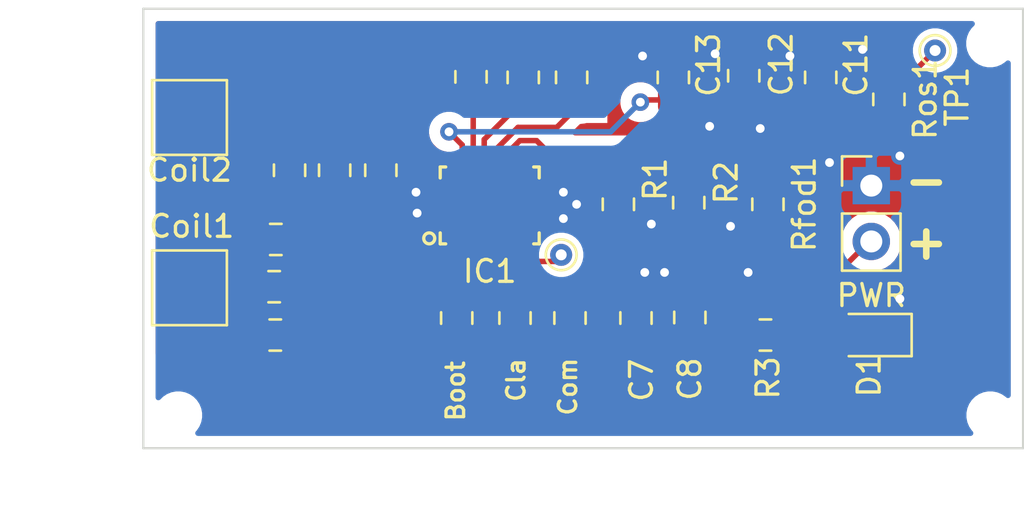
<source format=kicad_pcb>
(kicad_pcb (version 20171130) (host pcbnew "(5.1.5-0-10_14)")

  (general
    (thickness 1.6)
    (drawings 11)
    (tracks 181)
    (zones 0)
    (modules 32)
    (nets 19)
  )

  (page A4)
  (layers
    (0 F.Cu signal)
    (31 B.Cu signal)
    (32 B.Adhes user)
    (33 F.Adhes user)
    (34 B.Paste user)
    (35 F.Paste user)
    (36 B.SilkS user)
    (37 F.SilkS user)
    (38 B.Mask user)
    (39 F.Mask user)
    (40 Dwgs.User user)
    (41 Cmts.User user)
    (42 Eco1.User user)
    (43 Eco2.User user)
    (44 Edge.Cuts user)
    (45 Margin user)
    (46 B.CrtYd user)
    (47 F.CrtYd user)
    (48 B.Fab user)
    (49 F.Fab user hide)
  )

  (setup
    (last_trace_width 0.25)
    (trace_clearance 0.2)
    (zone_clearance 0.508)
    (zone_45_only no)
    (trace_min 0.2)
    (via_size 0.8)
    (via_drill 0.4)
    (via_min_size 0.4)
    (via_min_drill 0.3)
    (uvia_size 0.3)
    (uvia_drill 0.1)
    (uvias_allowed no)
    (uvia_min_size 0.2)
    (uvia_min_drill 0.1)
    (edge_width 0.05)
    (segment_width 0.2)
    (pcb_text_width 0.3)
    (pcb_text_size 1.5 1.5)
    (mod_edge_width 0.12)
    (mod_text_size 1 1)
    (mod_text_width 0.15)
    (pad_size 0.85 0.28)
    (pad_drill 0)
    (pad_to_mask_clearance 0.051)
    (solder_mask_min_width 0.25)
    (aux_axis_origin 0 0)
    (grid_origin 20 33)
    (visible_elements FFFFFF7F)
    (pcbplotparams
      (layerselection 0x010fc_ffffffff)
      (usegerberextensions false)
      (usegerberattributes false)
      (usegerberadvancedattributes false)
      (creategerberjobfile false)
      (excludeedgelayer true)
      (linewidth 0.100000)
      (plotframeref false)
      (viasonmask false)
      (mode 1)
      (useauxorigin false)
      (hpglpennumber 1)
      (hpglpenspeed 20)
      (hpglpendiameter 15.000000)
      (psnegative false)
      (psa4output false)
      (plotreference true)
      (plotvalue true)
      (plotinvisibletext false)
      (padsonsilk false)
      (subtractmaskfromsilk false)
      (outputformat 1)
      (mirror false)
      (drillshape 0)
      (scaleselection 1)
      (outputdirectory "gerber/"))
  )

  (net 0 "")
  (net 1 GND)
  (net 2 "Net-(C11-Pad1)")
  (net 3 "Net-(Cboot1-Pad1)")
  (net 4 "Net-(Cclamp1-Pad1)")
  (net 5 "Net-(Cclamp2-Pad1)")
  (net 6 "Net-(Ccomm1-Pad1)")
  (net 7 "Net-(Ccomm2-Pad1)")
  (net 8 "Net-(IC1-Pad14)")
  (net 9 "Net-(IC1-Pad13)")
  (net 10 "Net-(IC1-Pad12)")
  (net 11 "Net-(IC1-Pad8)")
  (net 12 "Net-(IC1-Pad7)")
  (net 13 +5V)
  (net 14 "Net-(Cboot2-Pad1)")
  (net 15 Coil1)
  (net 16 AC1)
  (net 17 AC2)
  (net 18 "Net-(D1-Pad2)")

  (net_class Default "This is the default net class."
    (clearance 0.2)
    (trace_width 0.25)
    (via_dia 0.8)
    (via_drill 0.4)
    (uvia_dia 0.3)
    (uvia_drill 0.1)
    (add_net +5V)
    (add_net AC1)
    (add_net AC2)
    (add_net Coil1)
    (add_net GND)
    (add_net "Net-(C11-Pad1)")
    (add_net "Net-(Cboot1-Pad1)")
    (add_net "Net-(Cboot2-Pad1)")
    (add_net "Net-(Cclamp1-Pad1)")
    (add_net "Net-(Cclamp2-Pad1)")
    (add_net "Net-(Ccomm1-Pad1)")
    (add_net "Net-(Ccomm2-Pad1)")
    (add_net "Net-(D1-Pad2)")
    (add_net "Net-(IC1-Pad12)")
    (add_net "Net-(IC1-Pad13)")
    (add_net "Net-(IC1-Pad14)")
    (add_net "Net-(IC1-Pad7)")
    (add_net "Net-(IC1-Pad8)")
  )

  (module Resistor_SMD:R_0805_2012Metric_Pad1.15x1.40mm_HandSolder (layer F.Cu) (tedit 5B36C52B) (tstamp 5EA25294)
    (at 53.9 17.125 270)
    (descr "Resistor SMD 0805 (2012 Metric), square (rectangular) end terminal, IPC_7351 nominal with elongated pad for handsoldering. (Body size source: https://docs.google.com/spreadsheets/d/1BsfQQcO9C6DZCsRaXUlFlo91Tg2WpOkGARC1WS5S8t0/edit?usp=sharing), generated with kicad-footprint-generator")
    (tags "resistor handsolder")
    (path /5E0934A0)
    (attr smd)
    (fp_text reference Ros1 (at 0 -1.65 90) (layer F.SilkS)
      (effects (font (size 1 1) (thickness 0.15)))
    )
    (fp_text value 20k (at 0 1.65 90) (layer F.Fab)
      (effects (font (size 1 1) (thickness 0.15)))
    )
    (fp_text user %R (at 0 0 90) (layer F.Fab)
      (effects (font (size 0.5 0.5) (thickness 0.08)))
    )
    (fp_line (start 1.85 0.95) (end -1.85 0.95) (layer F.CrtYd) (width 0.05))
    (fp_line (start 1.85 -0.95) (end 1.85 0.95) (layer F.CrtYd) (width 0.05))
    (fp_line (start -1.85 -0.95) (end 1.85 -0.95) (layer F.CrtYd) (width 0.05))
    (fp_line (start -1.85 0.95) (end -1.85 -0.95) (layer F.CrtYd) (width 0.05))
    (fp_line (start -0.261252 0.71) (end 0.261252 0.71) (layer F.SilkS) (width 0.12))
    (fp_line (start -0.261252 -0.71) (end 0.261252 -0.71) (layer F.SilkS) (width 0.12))
    (fp_line (start 1 0.6) (end -1 0.6) (layer F.Fab) (width 0.1))
    (fp_line (start 1 -0.6) (end 1 0.6) (layer F.Fab) (width 0.1))
    (fp_line (start -1 -0.6) (end 1 -0.6) (layer F.Fab) (width 0.1))
    (fp_line (start -1 0.6) (end -1 -0.6) (layer F.Fab) (width 0.1))
    (pad 2 smd roundrect (at 1.025 0 270) (size 1.15 1.4) (layers F.Cu F.Paste F.Mask) (roundrect_rratio 0.217391)
      (net 8 "Net-(IC1-Pad14)"))
    (pad 1 smd roundrect (at -1.025 0 270) (size 1.15 1.4) (layers F.Cu F.Paste F.Mask) (roundrect_rratio 0.217391)
      (net 2 "Net-(C11-Pad1)"))
    (model ${KISYS3DMOD}/Resistor_SMD.3dshapes/R_0805_2012Metric.wrl
      (at (xyz 0 0 0))
      (scale (xyz 1 1 1))
      (rotate (xyz 0 0 0))
    )
  )

  (module Resistor_SMD:R_0805_2012Metric_Pad1.15x1.40mm_HandSolder (layer F.Cu) (tedit 5B36C52B) (tstamp 5EA253C3)
    (at 48.4 21.9 270)
    (descr "Resistor SMD 0805 (2012 Metric), square (rectangular) end terminal, IPC_7351 nominal with elongated pad for handsoldering. (Body size source: https://docs.google.com/spreadsheets/d/1BsfQQcO9C6DZCsRaXUlFlo91Tg2WpOkGARC1WS5S8t0/edit?usp=sharing), generated with kicad-footprint-generator")
    (tags "resistor handsolder")
    (path /5E095C16)
    (attr smd)
    (fp_text reference Rfod1 (at 0 -1.65 90) (layer F.SilkS)
      (effects (font (size 1 1) (thickness 0.15)))
    )
    (fp_text value 196 (at 0 1.65 90) (layer F.Fab)
      (effects (font (size 1 1) (thickness 0.15)))
    )
    (fp_text user %R (at 0 0 90) (layer F.Fab)
      (effects (font (size 0.5 0.5) (thickness 0.08)))
    )
    (fp_line (start 1.85 0.95) (end -1.85 0.95) (layer F.CrtYd) (width 0.05))
    (fp_line (start 1.85 -0.95) (end 1.85 0.95) (layer F.CrtYd) (width 0.05))
    (fp_line (start -1.85 -0.95) (end 1.85 -0.95) (layer F.CrtYd) (width 0.05))
    (fp_line (start -1.85 0.95) (end -1.85 -0.95) (layer F.CrtYd) (width 0.05))
    (fp_line (start -0.261252 0.71) (end 0.261252 0.71) (layer F.SilkS) (width 0.12))
    (fp_line (start -0.261252 -0.71) (end 0.261252 -0.71) (layer F.SilkS) (width 0.12))
    (fp_line (start 1 0.6) (end -1 0.6) (layer F.Fab) (width 0.1))
    (fp_line (start 1 -0.6) (end 1 0.6) (layer F.Fab) (width 0.1))
    (fp_line (start -1 -0.6) (end 1 -0.6) (layer F.Fab) (width 0.1))
    (fp_line (start -1 0.6) (end -1 -0.6) (layer F.Fab) (width 0.1))
    (pad 2 smd roundrect (at 1.025 0 270) (size 1.15 1.4) (layers F.Cu F.Paste F.Mask) (roundrect_rratio 0.217391)
      (net 1 GND))
    (pad 1 smd roundrect (at -1.025 0 270) (size 1.15 1.4) (layers F.Cu F.Paste F.Mask) (roundrect_rratio 0.217391)
      (net 8 "Net-(IC1-Pad14)"))
    (model ${KISYS3DMOD}/Resistor_SMD.3dshapes/R_0805_2012Metric.wrl
      (at (xyz 0 0 0))
      (scale (xyz 1 1 1))
      (rotate (xyz 0 0 0))
    )
  )

  (module Resistor_SMD:R_0805_2012Metric_Pad1.15x1.40mm_HandSolder (layer F.Cu) (tedit 5B36C52B) (tstamp 5EA25453)
    (at 48.2875 27.85 180)
    (descr "Resistor SMD 0805 (2012 Metric), square (rectangular) end terminal, IPC_7351 nominal with elongated pad for handsoldering. (Body size source: https://docs.google.com/spreadsheets/d/1BsfQQcO9C6DZCsRaXUlFlo91Tg2WpOkGARC1WS5S8t0/edit?usp=sharing), generated with kicad-footprint-generator")
    (tags "resistor handsolder")
    (path /5EA8B354)
    (attr smd)
    (fp_text reference R3 (at -0.1125 -1.95 90) (layer F.SilkS)
      (effects (font (size 1 1) (thickness 0.15)))
    )
    (fp_text value 330 (at 0 1.65) (layer F.Fab)
      (effects (font (size 1 1) (thickness 0.15)))
    )
    (fp_text user %R (at 0 0) (layer F.Fab)
      (effects (font (size 0.5 0.5) (thickness 0.08)))
    )
    (fp_line (start 1.85 0.95) (end -1.85 0.95) (layer F.CrtYd) (width 0.05))
    (fp_line (start 1.85 -0.95) (end 1.85 0.95) (layer F.CrtYd) (width 0.05))
    (fp_line (start -1.85 -0.95) (end 1.85 -0.95) (layer F.CrtYd) (width 0.05))
    (fp_line (start -1.85 0.95) (end -1.85 -0.95) (layer F.CrtYd) (width 0.05))
    (fp_line (start -0.261252 0.71) (end 0.261252 0.71) (layer F.SilkS) (width 0.12))
    (fp_line (start -0.261252 -0.71) (end 0.261252 -0.71) (layer F.SilkS) (width 0.12))
    (fp_line (start 1 0.6) (end -1 0.6) (layer F.Fab) (width 0.1))
    (fp_line (start 1 -0.6) (end 1 0.6) (layer F.Fab) (width 0.1))
    (fp_line (start -1 -0.6) (end 1 -0.6) (layer F.Fab) (width 0.1))
    (fp_line (start -1 0.6) (end -1 -0.6) (layer F.Fab) (width 0.1))
    (pad 2 smd roundrect (at 1.025 0 180) (size 1.15 1.4) (layers F.Cu F.Paste F.Mask) (roundrect_rratio 0.217391)
      (net 13 +5V))
    (pad 1 smd roundrect (at -1.025 0 180) (size 1.15 1.4) (layers F.Cu F.Paste F.Mask) (roundrect_rratio 0.217391)
      (net 18 "Net-(D1-Pad2)"))
    (model ${KISYS3DMOD}/Resistor_SMD.3dshapes/R_0805_2012Metric.wrl
      (at (xyz 0 0 0))
      (scale (xyz 1 1 1))
      (rotate (xyz 0 0 0))
    )
  )

  (module Resistor_SMD:R_0805_2012Metric_Pad1.15x1.40mm_HandSolder (layer F.Cu) (tedit 5B36C52B) (tstamp 5EA24F1C)
    (at 44.8 21.825 90)
    (descr "Resistor SMD 0805 (2012 Metric), square (rectangular) end terminal, IPC_7351 nominal with elongated pad for handsoldering. (Body size source: https://docs.google.com/spreadsheets/d/1BsfQQcO9C6DZCsRaXUlFlo91Tg2WpOkGARC1WS5S8t0/edit?usp=sharing), generated with kicad-footprint-generator")
    (tags "resistor handsolder")
    (path /5E0ACEAC)
    (attr smd)
    (fp_text reference R2 (at 0.9125 1.7 90) (layer F.SilkS)
      (effects (font (size 1 1) (thickness 0.15)))
    )
    (fp_text value 10k (at 0 1.65 90) (layer F.Fab)
      (effects (font (size 1 1) (thickness 0.15)))
    )
    (fp_text user %R (at 0 0 90) (layer F.Fab)
      (effects (font (size 0.5 0.5) (thickness 0.08)))
    )
    (fp_line (start 1.85 0.95) (end -1.85 0.95) (layer F.CrtYd) (width 0.05))
    (fp_line (start 1.85 -0.95) (end 1.85 0.95) (layer F.CrtYd) (width 0.05))
    (fp_line (start -1.85 -0.95) (end 1.85 -0.95) (layer F.CrtYd) (width 0.05))
    (fp_line (start -1.85 0.95) (end -1.85 -0.95) (layer F.CrtYd) (width 0.05))
    (fp_line (start -0.261252 0.71) (end 0.261252 0.71) (layer F.SilkS) (width 0.12))
    (fp_line (start -0.261252 -0.71) (end 0.261252 -0.71) (layer F.SilkS) (width 0.12))
    (fp_line (start 1 0.6) (end -1 0.6) (layer F.Fab) (width 0.1))
    (fp_line (start 1 -0.6) (end 1 0.6) (layer F.Fab) (width 0.1))
    (fp_line (start -1 -0.6) (end 1 -0.6) (layer F.Fab) (width 0.1))
    (fp_line (start -1 0.6) (end -1 -0.6) (layer F.Fab) (width 0.1))
    (pad 2 smd roundrect (at 1.025 0 90) (size 1.15 1.4) (layers F.Cu F.Paste F.Mask) (roundrect_rratio 0.217391)
      (net 9 "Net-(IC1-Pad13)"))
    (pad 1 smd roundrect (at -1.025 0 90) (size 1.15 1.4) (layers F.Cu F.Paste F.Mask) (roundrect_rratio 0.217391)
      (net 1 GND))
    (model ${KISYS3DMOD}/Resistor_SMD.3dshapes/R_0805_2012Metric.wrl
      (at (xyz 0 0 0))
      (scale (xyz 1 1 1))
      (rotate (xyz 0 0 0))
    )
  )

  (module Resistor_SMD:R_0805_2012Metric_Pad1.15x1.40mm_HandSolder (layer F.Cu) (tedit 5B36C52B) (tstamp 5EA253F3)
    (at 41.6 21.9 270)
    (descr "Resistor SMD 0805 (2012 Metric), square (rectangular) end terminal, IPC_7351 nominal with elongated pad for handsoldering. (Body size source: https://docs.google.com/spreadsheets/d/1BsfQQcO9C6DZCsRaXUlFlo91Tg2WpOkGARC1WS5S8t0/edit?usp=sharing), generated with kicad-footprint-generator")
    (tags "resistor handsolder")
    (path /5E096FBB)
    (attr smd)
    (fp_text reference R1 (at -1.1375 -1.675 90) (layer F.SilkS)
      (effects (font (size 1 1) (thickness 0.15)))
    )
    (fp_text value 66 (at 0 1.65 90) (layer F.Fab)
      (effects (font (size 1 1) (thickness 0.15)))
    )
    (fp_text user %R (at 0 0 90) (layer F.Fab)
      (effects (font (size 0.5 0.5) (thickness 0.08)))
    )
    (fp_line (start 1.85 0.95) (end -1.85 0.95) (layer F.CrtYd) (width 0.05))
    (fp_line (start 1.85 -0.95) (end 1.85 0.95) (layer F.CrtYd) (width 0.05))
    (fp_line (start -1.85 -0.95) (end 1.85 -0.95) (layer F.CrtYd) (width 0.05))
    (fp_line (start -1.85 0.95) (end -1.85 -0.95) (layer F.CrtYd) (width 0.05))
    (fp_line (start -0.261252 0.71) (end 0.261252 0.71) (layer F.SilkS) (width 0.12))
    (fp_line (start -0.261252 -0.71) (end 0.261252 -0.71) (layer F.SilkS) (width 0.12))
    (fp_line (start 1 0.6) (end -1 0.6) (layer F.Fab) (width 0.1))
    (fp_line (start 1 -0.6) (end 1 0.6) (layer F.Fab) (width 0.1))
    (fp_line (start -1 -0.6) (end 1 -0.6) (layer F.Fab) (width 0.1))
    (fp_line (start -1 0.6) (end -1 -0.6) (layer F.Fab) (width 0.1))
    (pad 2 smd roundrect (at 1.025 0 270) (size 1.15 1.4) (layers F.Cu F.Paste F.Mask) (roundrect_rratio 0.217391)
      (net 8 "Net-(IC1-Pad14)"))
    (pad 1 smd roundrect (at -1.025 0 270) (size 1.15 1.4) (layers F.Cu F.Paste F.Mask) (roundrect_rratio 0.217391)
      (net 10 "Net-(IC1-Pad12)"))
    (model ${KISYS3DMOD}/Resistor_SMD.3dshapes/R_0805_2012Metric.wrl
      (at (xyz 0 0 0))
      (scale (xyz 1 1 1))
      (rotate (xyz 0 0 0))
    )
  )

  (module Capacitor_SMD:C_0805_2012Metric_Pad1.15x1.40mm_HandSolder (layer F.Cu) (tedit 5B36C52B) (tstamp 5EA25423)
    (at 39.475 16.125 90)
    (descr "Capacitor SMD 0805 (2012 Metric), square (rectangular) end terminal, IPC_7351 nominal with elongated pad for handsoldering. (Body size source: https://docs.google.com/spreadsheets/d/1BsfQQcO9C6DZCsRaXUlFlo91Tg2WpOkGARC1WS5S8t0/edit?usp=sharing), generated with kicad-footprint-generator")
    (tags "capacitor handsolder")
    (path /5E08A44F)
    (attr smd)
    (fp_text reference Ccomm2 (at 0 -1.65 90) (layer F.SilkS) hide
      (effects (font (size 1 1) (thickness 0.15)))
    )
    (fp_text value 22nf (at 0 1.65 90) (layer F.Fab)
      (effects (font (size 1 1) (thickness 0.15)))
    )
    (fp_text user %R (at 0 0 90) (layer F.Fab)
      (effects (font (size 0.5 0.5) (thickness 0.08)))
    )
    (fp_line (start 1.85 0.95) (end -1.85 0.95) (layer F.CrtYd) (width 0.05))
    (fp_line (start 1.85 -0.95) (end 1.85 0.95) (layer F.CrtYd) (width 0.05))
    (fp_line (start -1.85 -0.95) (end 1.85 -0.95) (layer F.CrtYd) (width 0.05))
    (fp_line (start -1.85 0.95) (end -1.85 -0.95) (layer F.CrtYd) (width 0.05))
    (fp_line (start -0.261252 0.71) (end 0.261252 0.71) (layer F.SilkS) (width 0.12))
    (fp_line (start -0.261252 -0.71) (end 0.261252 -0.71) (layer F.SilkS) (width 0.12))
    (fp_line (start 1 0.6) (end -1 0.6) (layer F.Fab) (width 0.1))
    (fp_line (start 1 -0.6) (end 1 0.6) (layer F.Fab) (width 0.1))
    (fp_line (start -1 -0.6) (end 1 -0.6) (layer F.Fab) (width 0.1))
    (fp_line (start -1 0.6) (end -1 -0.6) (layer F.Fab) (width 0.1))
    (pad 2 smd roundrect (at 1.025 0 90) (size 1.15 1.4) (layers F.Cu F.Paste F.Mask) (roundrect_rratio 0.217391)
      (net 17 AC2))
    (pad 1 smd roundrect (at -1.025 0 90) (size 1.15 1.4) (layers F.Cu F.Paste F.Mask) (roundrect_rratio 0.217391)
      (net 7 "Net-(Ccomm2-Pad1)"))
    (model ${KISYS3DMOD}/Capacitor_SMD.3dshapes/C_0805_2012Metric.wrl
      (at (xyz 0 0 0))
      (scale (xyz 1 1 1))
      (rotate (xyz 0 0 0))
    )
  )

  (module Capacitor_SMD:C_0805_2012Metric_Pad1.15x1.40mm_HandSolder (layer F.Cu) (tedit 5B36C52B) (tstamp 5EA25393)
    (at 39.4 27.075 270)
    (descr "Capacitor SMD 0805 (2012 Metric), square (rectangular) end terminal, IPC_7351 nominal with elongated pad for handsoldering. (Body size source: https://docs.google.com/spreadsheets/d/1BsfQQcO9C6DZCsRaXUlFlo91Tg2WpOkGARC1WS5S8t0/edit?usp=sharing), generated with kicad-footprint-generator")
    (tags "capacitor handsolder")
    (path /5E0806E0)
    (attr smd)
    (fp_text reference Ccomm1 (at 0 -1.65 90) (layer F.SilkS) hide
      (effects (font (size 1 1) (thickness 0.15)))
    )
    (fp_text value 22nf (at 0 1.65 90) (layer F.Fab)
      (effects (font (size 1 1) (thickness 0.15)))
    )
    (fp_text user %R (at 0 0 90) (layer F.Fab)
      (effects (font (size 0.5 0.5) (thickness 0.08)))
    )
    (fp_line (start 1.85 0.95) (end -1.85 0.95) (layer F.CrtYd) (width 0.05))
    (fp_line (start 1.85 -0.95) (end 1.85 0.95) (layer F.CrtYd) (width 0.05))
    (fp_line (start -1.85 -0.95) (end 1.85 -0.95) (layer F.CrtYd) (width 0.05))
    (fp_line (start -1.85 0.95) (end -1.85 -0.95) (layer F.CrtYd) (width 0.05))
    (fp_line (start -0.261252 0.71) (end 0.261252 0.71) (layer F.SilkS) (width 0.12))
    (fp_line (start -0.261252 -0.71) (end 0.261252 -0.71) (layer F.SilkS) (width 0.12))
    (fp_line (start 1 0.6) (end -1 0.6) (layer F.Fab) (width 0.1))
    (fp_line (start 1 -0.6) (end 1 0.6) (layer F.Fab) (width 0.1))
    (fp_line (start -1 -0.6) (end 1 -0.6) (layer F.Fab) (width 0.1))
    (fp_line (start -1 0.6) (end -1 -0.6) (layer F.Fab) (width 0.1))
    (pad 2 smd roundrect (at 1.025 0 270) (size 1.15 1.4) (layers F.Cu F.Paste F.Mask) (roundrect_rratio 0.217391)
      (net 16 AC1))
    (pad 1 smd roundrect (at -1.025 0 270) (size 1.15 1.4) (layers F.Cu F.Paste F.Mask) (roundrect_rratio 0.217391)
      (net 6 "Net-(Ccomm1-Pad1)"))
    (model ${KISYS3DMOD}/Capacitor_SMD.3dshapes/C_0805_2012Metric.wrl
      (at (xyz 0 0 0))
      (scale (xyz 1 1 1))
      (rotate (xyz 0 0 0))
    )
  )

  (module Capacitor_SMD:C_0805_2012Metric_Pad1.15x1.40mm_HandSolder (layer F.Cu) (tedit 5B36C52B) (tstamp 5EA24F91)
    (at 37.275 16.125 90)
    (descr "Capacitor SMD 0805 (2012 Metric), square (rectangular) end terminal, IPC_7351 nominal with elongated pad for handsoldering. (Body size source: https://docs.google.com/spreadsheets/d/1BsfQQcO9C6DZCsRaXUlFlo91Tg2WpOkGARC1WS5S8t0/edit?usp=sharing), generated with kicad-footprint-generator")
    (tags "capacitor handsolder")
    (path /5E089C61)
    (attr smd)
    (fp_text reference Cclamp2 (at 0 -1.65 90) (layer F.SilkS) hide
      (effects (font (size 1 1) (thickness 0.15)))
    )
    (fp_text value 0.47μF (at 0 1.65 90) (layer F.Fab)
      (effects (font (size 1 1) (thickness 0.15)))
    )
    (fp_text user %R (at 0 0 90) (layer F.Fab)
      (effects (font (size 0.5 0.5) (thickness 0.08)))
    )
    (fp_line (start 1.85 0.95) (end -1.85 0.95) (layer F.CrtYd) (width 0.05))
    (fp_line (start 1.85 -0.95) (end 1.85 0.95) (layer F.CrtYd) (width 0.05))
    (fp_line (start -1.85 -0.95) (end 1.85 -0.95) (layer F.CrtYd) (width 0.05))
    (fp_line (start -1.85 0.95) (end -1.85 -0.95) (layer F.CrtYd) (width 0.05))
    (fp_line (start -0.261252 0.71) (end 0.261252 0.71) (layer F.SilkS) (width 0.12))
    (fp_line (start -0.261252 -0.71) (end 0.261252 -0.71) (layer F.SilkS) (width 0.12))
    (fp_line (start 1 0.6) (end -1 0.6) (layer F.Fab) (width 0.1))
    (fp_line (start 1 -0.6) (end 1 0.6) (layer F.Fab) (width 0.1))
    (fp_line (start -1 -0.6) (end 1 -0.6) (layer F.Fab) (width 0.1))
    (fp_line (start -1 0.6) (end -1 -0.6) (layer F.Fab) (width 0.1))
    (pad 2 smd roundrect (at 1.025 0 90) (size 1.15 1.4) (layers F.Cu F.Paste F.Mask) (roundrect_rratio 0.217391)
      (net 17 AC2))
    (pad 1 smd roundrect (at -1.025 0 90) (size 1.15 1.4) (layers F.Cu F.Paste F.Mask) (roundrect_rratio 0.217391)
      (net 5 "Net-(Cclamp2-Pad1)"))
    (model ${KISYS3DMOD}/Capacitor_SMD.3dshapes/C_0805_2012Metric.wrl
      (at (xyz 0 0 0))
      (scale (xyz 1 1 1))
      (rotate (xyz 0 0 0))
    )
  )

  (module Capacitor_SMD:C_0805_2012Metric_Pad1.15x1.40mm_HandSolder (layer F.Cu) (tedit 5B36C52B) (tstamp 5EA25075)
    (at 36.9 27.075 270)
    (descr "Capacitor SMD 0805 (2012 Metric), square (rectangular) end terminal, IPC_7351 nominal with elongated pad for handsoldering. (Body size source: https://docs.google.com/spreadsheets/d/1BsfQQcO9C6DZCsRaXUlFlo91Tg2WpOkGARC1WS5S8t0/edit?usp=sharing), generated with kicad-footprint-generator")
    (tags "capacitor handsolder")
    (path /5E082D4C)
    (attr smd)
    (fp_text reference Cclamp1 (at 0 -1.65 90) (layer F.SilkS) hide
      (effects (font (size 1 1) (thickness 0.15)))
    )
    (fp_text value 0.47μF (at 0 1.65 90) (layer F.Fab)
      (effects (font (size 1 1) (thickness 0.15)))
    )
    (fp_text user %R (at 0 0 90) (layer F.Fab)
      (effects (font (size 0.5 0.5) (thickness 0.08)))
    )
    (fp_line (start 1.85 0.95) (end -1.85 0.95) (layer F.CrtYd) (width 0.05))
    (fp_line (start 1.85 -0.95) (end 1.85 0.95) (layer F.CrtYd) (width 0.05))
    (fp_line (start -1.85 -0.95) (end 1.85 -0.95) (layer F.CrtYd) (width 0.05))
    (fp_line (start -1.85 0.95) (end -1.85 -0.95) (layer F.CrtYd) (width 0.05))
    (fp_line (start -0.261252 0.71) (end 0.261252 0.71) (layer F.SilkS) (width 0.12))
    (fp_line (start -0.261252 -0.71) (end 0.261252 -0.71) (layer F.SilkS) (width 0.12))
    (fp_line (start 1 0.6) (end -1 0.6) (layer F.Fab) (width 0.1))
    (fp_line (start 1 -0.6) (end 1 0.6) (layer F.Fab) (width 0.1))
    (fp_line (start -1 -0.6) (end 1 -0.6) (layer F.Fab) (width 0.1))
    (fp_line (start -1 0.6) (end -1 -0.6) (layer F.Fab) (width 0.1))
    (pad 2 smd roundrect (at 1.025 0 270) (size 1.15 1.4) (layers F.Cu F.Paste F.Mask) (roundrect_rratio 0.217391)
      (net 16 AC1))
    (pad 1 smd roundrect (at -1.025 0 270) (size 1.15 1.4) (layers F.Cu F.Paste F.Mask) (roundrect_rratio 0.217391)
      (net 4 "Net-(Cclamp1-Pad1)"))
    (model ${KISYS3DMOD}/Capacitor_SMD.3dshapes/C_0805_2012Metric.wrl
      (at (xyz 0 0 0))
      (scale (xyz 1 1 1))
      (rotate (xyz 0 0 0))
    )
  )

  (module Capacitor_SMD:C_0805_2012Metric_Pad1.15x1.40mm_HandSolder (layer F.Cu) (tedit 5B36C52B) (tstamp 5EA3034C)
    (at 34.9 16.1 90)
    (descr "Capacitor SMD 0805 (2012 Metric), square (rectangular) end terminal, IPC_7351 nominal with elongated pad for handsoldering. (Body size source: https://docs.google.com/spreadsheets/d/1BsfQQcO9C6DZCsRaXUlFlo91Tg2WpOkGARC1WS5S8t0/edit?usp=sharing), generated with kicad-footprint-generator")
    (tags "capacitor handsolder")
    (path /5E08ABE1)
    (attr smd)
    (fp_text reference Cboot2 (at 0 -1.65 90) (layer F.SilkS) hide
      (effects (font (size 1 1) (thickness 0.15)))
    )
    (fp_text value 10nf (at 0 1.65 90) (layer F.Fab)
      (effects (font (size 1 1) (thickness 0.15)))
    )
    (fp_text user %R (at 0 0 90) (layer F.Fab)
      (effects (font (size 0.5 0.5) (thickness 0.08)))
    )
    (fp_line (start 1.85 0.95) (end -1.85 0.95) (layer F.CrtYd) (width 0.05))
    (fp_line (start 1.85 -0.95) (end 1.85 0.95) (layer F.CrtYd) (width 0.05))
    (fp_line (start -1.85 -0.95) (end 1.85 -0.95) (layer F.CrtYd) (width 0.05))
    (fp_line (start -1.85 0.95) (end -1.85 -0.95) (layer F.CrtYd) (width 0.05))
    (fp_line (start -0.261252 0.71) (end 0.261252 0.71) (layer F.SilkS) (width 0.12))
    (fp_line (start -0.261252 -0.71) (end 0.261252 -0.71) (layer F.SilkS) (width 0.12))
    (fp_line (start 1 0.6) (end -1 0.6) (layer F.Fab) (width 0.1))
    (fp_line (start 1 -0.6) (end 1 0.6) (layer F.Fab) (width 0.1))
    (fp_line (start -1 -0.6) (end 1 -0.6) (layer F.Fab) (width 0.1))
    (fp_line (start -1 0.6) (end -1 -0.6) (layer F.Fab) (width 0.1))
    (pad 2 smd roundrect (at 1.025 0 90) (size 1.15 1.4) (layers F.Cu F.Paste F.Mask) (roundrect_rratio 0.217391)
      (net 17 AC2))
    (pad 1 smd roundrect (at -1.025 0 90) (size 1.15 1.4) (layers F.Cu F.Paste F.Mask) (roundrect_rratio 0.217391)
      (net 14 "Net-(Cboot2-Pad1)"))
    (model ${KISYS3DMOD}/Capacitor_SMD.3dshapes/C_0805_2012Metric.wrl
      (at (xyz 0 0 0))
      (scale (xyz 1 1 1))
      (rotate (xyz 0 0 0))
    )
  )

  (module Capacitor_SMD:C_0805_2012Metric_Pad1.15x1.40mm_HandSolder (layer F.Cu) (tedit 5B36C52B) (tstamp 5EA24FD6)
    (at 34.25 27.075 270)
    (descr "Capacitor SMD 0805 (2012 Metric), square (rectangular) end terminal, IPC_7351 nominal with elongated pad for handsoldering. (Body size source: https://docs.google.com/spreadsheets/d/1BsfQQcO9C6DZCsRaXUlFlo91Tg2WpOkGARC1WS5S8t0/edit?usp=sharing), generated with kicad-footprint-generator")
    (tags "capacitor handsolder")
    (path /5E07FA02)
    (attr smd)
    (fp_text reference Cboot1 (at 0 -1.65 90) (layer F.SilkS) hide
      (effects (font (size 1 1) (thickness 0.15)))
    )
    (fp_text value 10nf (at 0 1.65 90) (layer F.Fab)
      (effects (font (size 1 1) (thickness 0.15)))
    )
    (fp_text user %R (at 0 0 90) (layer F.Fab)
      (effects (font (size 0.5 0.5) (thickness 0.08)))
    )
    (fp_line (start 1.85 0.95) (end -1.85 0.95) (layer F.CrtYd) (width 0.05))
    (fp_line (start 1.85 -0.95) (end 1.85 0.95) (layer F.CrtYd) (width 0.05))
    (fp_line (start -1.85 -0.95) (end 1.85 -0.95) (layer F.CrtYd) (width 0.05))
    (fp_line (start -1.85 0.95) (end -1.85 -0.95) (layer F.CrtYd) (width 0.05))
    (fp_line (start -0.261252 0.71) (end 0.261252 0.71) (layer F.SilkS) (width 0.12))
    (fp_line (start -0.261252 -0.71) (end 0.261252 -0.71) (layer F.SilkS) (width 0.12))
    (fp_line (start 1 0.6) (end -1 0.6) (layer F.Fab) (width 0.1))
    (fp_line (start 1 -0.6) (end 1 0.6) (layer F.Fab) (width 0.1))
    (fp_line (start -1 -0.6) (end 1 -0.6) (layer F.Fab) (width 0.1))
    (fp_line (start -1 0.6) (end -1 -0.6) (layer F.Fab) (width 0.1))
    (pad 2 smd roundrect (at 1.025 0 270) (size 1.15 1.4) (layers F.Cu F.Paste F.Mask) (roundrect_rratio 0.217391)
      (net 16 AC1))
    (pad 1 smd roundrect (at -1.025 0 270) (size 1.15 1.4) (layers F.Cu F.Paste F.Mask) (roundrect_rratio 0.217391)
      (net 3 "Net-(Cboot1-Pad1)"))
    (model ${KISYS3DMOD}/Capacitor_SMD.3dshapes/C_0805_2012Metric.wrl
      (at (xyz 0 0 0))
      (scale (xyz 1 1 1))
      (rotate (xyz 0 0 0))
    )
  )

  (module Capacitor_SMD:C_0805_2012Metric_Pad1.15x1.40mm_HandSolder (layer F.Cu) (tedit 5B36C52B) (tstamp 5EA250A5)
    (at 44.1 16.125 90)
    (descr "Capacitor SMD 0805 (2012 Metric), square (rectangular) end terminal, IPC_7351 nominal with elongated pad for handsoldering. (Body size source: https://docs.google.com/spreadsheets/d/1BsfQQcO9C6DZCsRaXUlFlo91Tg2WpOkGARC1WS5S8t0/edit?usp=sharing), generated with kicad-footprint-generator")
    (tags "capacitor handsolder")
    (path /5E0D60C0)
    (attr smd)
    (fp_text reference C13 (at 0.575 1.6 90) (layer F.SilkS)
      (effects (font (size 1 1) (thickness 0.15)))
    )
    (fp_text value 10uF (at 0 1.65 90) (layer F.Fab)
      (effects (font (size 1 1) (thickness 0.15)))
    )
    (fp_text user %R (at 0 0 90) (layer F.Fab)
      (effects (font (size 0.5 0.5) (thickness 0.08)))
    )
    (fp_line (start 1.85 0.95) (end -1.85 0.95) (layer F.CrtYd) (width 0.05))
    (fp_line (start 1.85 -0.95) (end 1.85 0.95) (layer F.CrtYd) (width 0.05))
    (fp_line (start -1.85 -0.95) (end 1.85 -0.95) (layer F.CrtYd) (width 0.05))
    (fp_line (start -1.85 0.95) (end -1.85 -0.95) (layer F.CrtYd) (width 0.05))
    (fp_line (start -0.261252 0.71) (end 0.261252 0.71) (layer F.SilkS) (width 0.12))
    (fp_line (start -0.261252 -0.71) (end 0.261252 -0.71) (layer F.SilkS) (width 0.12))
    (fp_line (start 1 0.6) (end -1 0.6) (layer F.Fab) (width 0.1))
    (fp_line (start 1 -0.6) (end 1 0.6) (layer F.Fab) (width 0.1))
    (fp_line (start -1 -0.6) (end 1 -0.6) (layer F.Fab) (width 0.1))
    (fp_line (start -1 0.6) (end -1 -0.6) (layer F.Fab) (width 0.1))
    (pad 2 smd roundrect (at 1.025 0 90) (size 1.15 1.4) (layers F.Cu F.Paste F.Mask) (roundrect_rratio 0.217391)
      (net 1 GND))
    (pad 1 smd roundrect (at -1.025 0 90) (size 1.15 1.4) (layers F.Cu F.Paste F.Mask) (roundrect_rratio 0.217391)
      (net 2 "Net-(C11-Pad1)"))
    (model ${KISYS3DMOD}/Capacitor_SMD.3dshapes/C_0805_2012Metric.wrl
      (at (xyz 0 0 0))
      (scale (xyz 1 1 1))
      (rotate (xyz 0 0 0))
    )
  )

  (module Capacitor_SMD:C_0805_2012Metric_Pad1.15x1.40mm_HandSolder (layer F.Cu) (tedit 5B36C52B) (tstamp 5EA25234)
    (at 47.3 16.05 90)
    (descr "Capacitor SMD 0805 (2012 Metric), square (rectangular) end terminal, IPC_7351 nominal with elongated pad for handsoldering. (Body size source: https://docs.google.com/spreadsheets/d/1BsfQQcO9C6DZCsRaXUlFlo91Tg2WpOkGARC1WS5S8t0/edit?usp=sharing), generated with kicad-footprint-generator")
    (tags "capacitor handsolder")
    (path /5E0D5B3F)
    (attr smd)
    (fp_text reference C12 (at 0.525 1.7 90) (layer F.SilkS)
      (effects (font (size 1 1) (thickness 0.15)))
    )
    (fp_text value 10uF (at 0 1.65 90) (layer F.Fab)
      (effects (font (size 1 1) (thickness 0.15)))
    )
    (fp_text user %R (at 0 0 90) (layer F.Fab)
      (effects (font (size 0.5 0.5) (thickness 0.08)))
    )
    (fp_line (start 1.85 0.95) (end -1.85 0.95) (layer F.CrtYd) (width 0.05))
    (fp_line (start 1.85 -0.95) (end 1.85 0.95) (layer F.CrtYd) (width 0.05))
    (fp_line (start -1.85 -0.95) (end 1.85 -0.95) (layer F.CrtYd) (width 0.05))
    (fp_line (start -1.85 0.95) (end -1.85 -0.95) (layer F.CrtYd) (width 0.05))
    (fp_line (start -0.261252 0.71) (end 0.261252 0.71) (layer F.SilkS) (width 0.12))
    (fp_line (start -0.261252 -0.71) (end 0.261252 -0.71) (layer F.SilkS) (width 0.12))
    (fp_line (start 1 0.6) (end -1 0.6) (layer F.Fab) (width 0.1))
    (fp_line (start 1 -0.6) (end 1 0.6) (layer F.Fab) (width 0.1))
    (fp_line (start -1 -0.6) (end 1 -0.6) (layer F.Fab) (width 0.1))
    (fp_line (start -1 0.6) (end -1 -0.6) (layer F.Fab) (width 0.1))
    (pad 2 smd roundrect (at 1.025 0 90) (size 1.15 1.4) (layers F.Cu F.Paste F.Mask) (roundrect_rratio 0.217391)
      (net 1 GND))
    (pad 1 smd roundrect (at -1.025 0 90) (size 1.15 1.4) (layers F.Cu F.Paste F.Mask) (roundrect_rratio 0.217391)
      (net 2 "Net-(C11-Pad1)"))
    (model ${KISYS3DMOD}/Capacitor_SMD.3dshapes/C_0805_2012Metric.wrl
      (at (xyz 0 0 0))
      (scale (xyz 1 1 1))
      (rotate (xyz 0 0 0))
    )
  )

  (module Capacitor_SMD:C_0805_2012Metric_Pad1.15x1.40mm_HandSolder (layer F.Cu) (tedit 5B36C52B) (tstamp 5EA25186)
    (at 50.8 16.125 90)
    (descr "Capacitor SMD 0805 (2012 Metric), square (rectangular) end terminal, IPC_7351 nominal with elongated pad for handsoldering. (Body size source: https://docs.google.com/spreadsheets/d/1BsfQQcO9C6DZCsRaXUlFlo91Tg2WpOkGARC1WS5S8t0/edit?usp=sharing), generated with kicad-footprint-generator")
    (tags "capacitor handsolder")
    (path /5E0C35C6)
    (attr smd)
    (fp_text reference C11 (at 0.575 1.6 90) (layer F.SilkS)
      (effects (font (size 1 1) (thickness 0.15)))
    )
    (fp_text value 0.1uF (at 0 1.65 90) (layer F.Fab)
      (effects (font (size 1 1) (thickness 0.15)))
    )
    (fp_text user %R (at 0 0 90) (layer F.Fab)
      (effects (font (size 0.5 0.5) (thickness 0.08)))
    )
    (fp_line (start 1.85 0.95) (end -1.85 0.95) (layer F.CrtYd) (width 0.05))
    (fp_line (start 1.85 -0.95) (end 1.85 0.95) (layer F.CrtYd) (width 0.05))
    (fp_line (start -1.85 -0.95) (end 1.85 -0.95) (layer F.CrtYd) (width 0.05))
    (fp_line (start -1.85 0.95) (end -1.85 -0.95) (layer F.CrtYd) (width 0.05))
    (fp_line (start -0.261252 0.71) (end 0.261252 0.71) (layer F.SilkS) (width 0.12))
    (fp_line (start -0.261252 -0.71) (end 0.261252 -0.71) (layer F.SilkS) (width 0.12))
    (fp_line (start 1 0.6) (end -1 0.6) (layer F.Fab) (width 0.1))
    (fp_line (start 1 -0.6) (end 1 0.6) (layer F.Fab) (width 0.1))
    (fp_line (start -1 -0.6) (end 1 -0.6) (layer F.Fab) (width 0.1))
    (fp_line (start -1 0.6) (end -1 -0.6) (layer F.Fab) (width 0.1))
    (pad 2 smd roundrect (at 1.025 0 90) (size 1.15 1.4) (layers F.Cu F.Paste F.Mask) (roundrect_rratio 0.217391)
      (net 1 GND))
    (pad 1 smd roundrect (at -1.025 0 90) (size 1.15 1.4) (layers F.Cu F.Paste F.Mask) (roundrect_rratio 0.217391)
      (net 2 "Net-(C11-Pad1)"))
    (model ${KISYS3DMOD}/Capacitor_SMD.3dshapes/C_0805_2012Metric.wrl
      (at (xyz 0 0 0))
      (scale (xyz 1 1 1))
      (rotate (xyz 0 0 0))
    )
  )

  (module Capacitor_SMD:C_0805_2012Metric_Pad1.15x1.40mm_HandSolder (layer F.Cu) (tedit 5B36C52B) (tstamp 5EA25045)
    (at 44.85 27.05 270)
    (descr "Capacitor SMD 0805 (2012 Metric), square (rectangular) end terminal, IPC_7351 nominal with elongated pad for handsoldering. (Body size source: https://docs.google.com/spreadsheets/d/1BsfQQcO9C6DZCsRaXUlFlo91Tg2WpOkGARC1WS5S8t0/edit?usp=sharing), generated with kicad-footprint-generator")
    (tags "capacitor handsolder")
    (path /5E20C3AD)
    (attr smd)
    (fp_text reference C8 (at 2.8 0 90) (layer F.SilkS)
      (effects (font (size 1 1) (thickness 0.15)))
    )
    (fp_text value 1uF (at 0 1.65 90) (layer F.Fab)
      (effects (font (size 1 1) (thickness 0.15)))
    )
    (fp_text user %R (at 0 0 90) (layer F.Fab)
      (effects (font (size 0.5 0.5) (thickness 0.08)))
    )
    (fp_line (start 1.85 0.95) (end -1.85 0.95) (layer F.CrtYd) (width 0.05))
    (fp_line (start 1.85 -0.95) (end 1.85 0.95) (layer F.CrtYd) (width 0.05))
    (fp_line (start -1.85 -0.95) (end 1.85 -0.95) (layer F.CrtYd) (width 0.05))
    (fp_line (start -1.85 0.95) (end -1.85 -0.95) (layer F.CrtYd) (width 0.05))
    (fp_line (start -0.261252 0.71) (end 0.261252 0.71) (layer F.SilkS) (width 0.12))
    (fp_line (start -0.261252 -0.71) (end 0.261252 -0.71) (layer F.SilkS) (width 0.12))
    (fp_line (start 1 0.6) (end -1 0.6) (layer F.Fab) (width 0.1))
    (fp_line (start 1 -0.6) (end 1 0.6) (layer F.Fab) (width 0.1))
    (fp_line (start -1 -0.6) (end 1 -0.6) (layer F.Fab) (width 0.1))
    (fp_line (start -1 0.6) (end -1 -0.6) (layer F.Fab) (width 0.1))
    (pad 2 smd roundrect (at 1.025 0 270) (size 1.15 1.4) (layers F.Cu F.Paste F.Mask) (roundrect_rratio 0.217391)
      (net 13 +5V))
    (pad 1 smd roundrect (at -1.025 0 270) (size 1.15 1.4) (layers F.Cu F.Paste F.Mask) (roundrect_rratio 0.217391)
      (net 1 GND))
    (model ${KISYS3DMOD}/Capacitor_SMD.3dshapes/C_0805_2012Metric.wrl
      (at (xyz 0 0 0))
      (scale (xyz 1 1 1))
      (rotate (xyz 0 0 0))
    )
  )

  (module Capacitor_SMD:C_0805_2012Metric_Pad1.15x1.40mm_HandSolder (layer F.Cu) (tedit 5B36C52B) (tstamp 5EA2E9A3)
    (at 42.4 27.075 270)
    (descr "Capacitor SMD 0805 (2012 Metric), square (rectangular) end terminal, IPC_7351 nominal with elongated pad for handsoldering. (Body size source: https://docs.google.com/spreadsheets/d/1BsfQQcO9C6DZCsRaXUlFlo91Tg2WpOkGARC1WS5S8t0/edit?usp=sharing), generated with kicad-footprint-generator")
    (tags "capacitor handsolder")
    (path /5E20B642)
    (attr smd)
    (fp_text reference C7 (at 2.825 -0.25 90) (layer F.SilkS)
      (effects (font (size 1 1) (thickness 0.15)))
    )
    (fp_text value 0.1uF (at 0 1.65 90) (layer F.Fab)
      (effects (font (size 1 1) (thickness 0.15)))
    )
    (fp_text user %R (at 0 0 90) (layer F.Fab)
      (effects (font (size 0.5 0.5) (thickness 0.08)))
    )
    (fp_line (start 1.85 0.95) (end -1.85 0.95) (layer F.CrtYd) (width 0.05))
    (fp_line (start 1.85 -0.95) (end 1.85 0.95) (layer F.CrtYd) (width 0.05))
    (fp_line (start -1.85 -0.95) (end 1.85 -0.95) (layer F.CrtYd) (width 0.05))
    (fp_line (start -1.85 0.95) (end -1.85 -0.95) (layer F.CrtYd) (width 0.05))
    (fp_line (start -0.261252 0.71) (end 0.261252 0.71) (layer F.SilkS) (width 0.12))
    (fp_line (start -0.261252 -0.71) (end 0.261252 -0.71) (layer F.SilkS) (width 0.12))
    (fp_line (start 1 0.6) (end -1 0.6) (layer F.Fab) (width 0.1))
    (fp_line (start 1 -0.6) (end 1 0.6) (layer F.Fab) (width 0.1))
    (fp_line (start -1 -0.6) (end 1 -0.6) (layer F.Fab) (width 0.1))
    (fp_line (start -1 0.6) (end -1 -0.6) (layer F.Fab) (width 0.1))
    (pad 2 smd roundrect (at 1.025 0 270) (size 1.15 1.4) (layers F.Cu F.Paste F.Mask) (roundrect_rratio 0.217391)
      (net 13 +5V))
    (pad 1 smd roundrect (at -1.025 0 270) (size 1.15 1.4) (layers F.Cu F.Paste F.Mask) (roundrect_rratio 0.217391)
      (net 1 GND))
    (model ${KISYS3DMOD}/Capacitor_SMD.3dshapes/C_0805_2012Metric.wrl
      (at (xyz 0 0 0))
      (scale (xyz 1 1 1))
      (rotate (xyz 0 0 0))
    )
  )

  (module Capacitor_SMD:C_0805_2012Metric_Pad1.15x1.40mm_HandSolder (layer F.Cu) (tedit 5B36C52B) (tstamp 5EA25204)
    (at 30.8 20.35 90)
    (descr "Capacitor SMD 0805 (2012 Metric), square (rectangular) end terminal, IPC_7351 nominal with elongated pad for handsoldering. (Body size source: https://docs.google.com/spreadsheets/d/1BsfQQcO9C6DZCsRaXUlFlo91Tg2WpOkGARC1WS5S8t0/edit?usp=sharing), generated with kicad-footprint-generator")
    (tags "capacitor handsolder")
    (path /5E0ECE23)
    (attr smd)
    (fp_text reference C6 (at 0 -1.65 90) (layer F.SilkS) hide
      (effects (font (size 1 1) (thickness 0.15)))
    )
    (fp_text value C (at 0 1.65 90) (layer F.Fab)
      (effects (font (size 1 1) (thickness 0.15)))
    )
    (fp_text user %R (at 0 0 90) (layer F.Fab)
      (effects (font (size 0.5 0.5) (thickness 0.08)))
    )
    (fp_line (start 1.85 0.95) (end -1.85 0.95) (layer F.CrtYd) (width 0.05))
    (fp_line (start 1.85 -0.95) (end 1.85 0.95) (layer F.CrtYd) (width 0.05))
    (fp_line (start -1.85 -0.95) (end 1.85 -0.95) (layer F.CrtYd) (width 0.05))
    (fp_line (start -1.85 0.95) (end -1.85 -0.95) (layer F.CrtYd) (width 0.05))
    (fp_line (start -0.261252 0.71) (end 0.261252 0.71) (layer F.SilkS) (width 0.12))
    (fp_line (start -0.261252 -0.71) (end 0.261252 -0.71) (layer F.SilkS) (width 0.12))
    (fp_line (start 1 0.6) (end -1 0.6) (layer F.Fab) (width 0.1))
    (fp_line (start 1 -0.6) (end 1 0.6) (layer F.Fab) (width 0.1))
    (fp_line (start -1 -0.6) (end 1 -0.6) (layer F.Fab) (width 0.1))
    (fp_line (start -1 0.6) (end -1 -0.6) (layer F.Fab) (width 0.1))
    (pad 2 smd roundrect (at 1.025 0 90) (size 1.15 1.4) (layers F.Cu F.Paste F.Mask) (roundrect_rratio 0.217391)
      (net 17 AC2))
    (pad 1 smd roundrect (at -1.025 0 90) (size 1.15 1.4) (layers F.Cu F.Paste F.Mask) (roundrect_rratio 0.217391)
      (net 16 AC1))
    (model ${KISYS3DMOD}/Capacitor_SMD.3dshapes/C_0805_2012Metric.wrl
      (at (xyz 0 0 0))
      (scale (xyz 1 1 1))
      (rotate (xyz 0 0 0))
    )
  )

  (module Capacitor_SMD:C_0805_2012Metric_Pad1.15x1.40mm_HandSolder (layer F.Cu) (tedit 5B36C52B) (tstamp 5EA25264)
    (at 26.65 20.35 90)
    (descr "Capacitor SMD 0805 (2012 Metric), square (rectangular) end terminal, IPC_7351 nominal with elongated pad for handsoldering. (Body size source: https://docs.google.com/spreadsheets/d/1BsfQQcO9C6DZCsRaXUlFlo91Tg2WpOkGARC1WS5S8t0/edit?usp=sharing), generated with kicad-footprint-generator")
    (tags "capacitor handsolder")
    (path /5E0ECAB3)
    (attr smd)
    (fp_text reference C5 (at 0 -1.65 90) (layer F.SilkS) hide
      (effects (font (size 1 1) (thickness 0.15)))
    )
    (fp_text value C (at 0 1.65 90) (layer F.Fab)
      (effects (font (size 1 1) (thickness 0.15)))
    )
    (fp_text user %R (at 0 0 90) (layer F.Fab)
      (effects (font (size 0.5 0.5) (thickness 0.08)))
    )
    (fp_line (start 1.85 0.95) (end -1.85 0.95) (layer F.CrtYd) (width 0.05))
    (fp_line (start 1.85 -0.95) (end 1.85 0.95) (layer F.CrtYd) (width 0.05))
    (fp_line (start -1.85 -0.95) (end 1.85 -0.95) (layer F.CrtYd) (width 0.05))
    (fp_line (start -1.85 0.95) (end -1.85 -0.95) (layer F.CrtYd) (width 0.05))
    (fp_line (start -0.261252 0.71) (end 0.261252 0.71) (layer F.SilkS) (width 0.12))
    (fp_line (start -0.261252 -0.71) (end 0.261252 -0.71) (layer F.SilkS) (width 0.12))
    (fp_line (start 1 0.6) (end -1 0.6) (layer F.Fab) (width 0.1))
    (fp_line (start 1 -0.6) (end 1 0.6) (layer F.Fab) (width 0.1))
    (fp_line (start -1 -0.6) (end 1 -0.6) (layer F.Fab) (width 0.1))
    (fp_line (start -1 0.6) (end -1 -0.6) (layer F.Fab) (width 0.1))
    (pad 2 smd roundrect (at 1.025 0 90) (size 1.15 1.4) (layers F.Cu F.Paste F.Mask) (roundrect_rratio 0.217391)
      (net 17 AC2))
    (pad 1 smd roundrect (at -1.025 0 90) (size 1.15 1.4) (layers F.Cu F.Paste F.Mask) (roundrect_rratio 0.217391)
      (net 16 AC1))
    (model ${KISYS3DMOD}/Capacitor_SMD.3dshapes/C_0805_2012Metric.wrl
      (at (xyz 0 0 0))
      (scale (xyz 1 1 1))
      (rotate (xyz 0 0 0))
    )
  )

  (module Capacitor_SMD:C_0805_2012Metric_Pad1.15x1.40mm_HandSolder (layer F.Cu) (tedit 5B36C52B) (tstamp 5EA25363)
    (at 28.7 20.35 90)
    (descr "Capacitor SMD 0805 (2012 Metric), square (rectangular) end terminal, IPC_7351 nominal with elongated pad for handsoldering. (Body size source: https://docs.google.com/spreadsheets/d/1BsfQQcO9C6DZCsRaXUlFlo91Tg2WpOkGARC1WS5S8t0/edit?usp=sharing), generated with kicad-footprint-generator")
    (tags "capacitor handsolder")
    (path /5E077302)
    (attr smd)
    (fp_text reference C4 (at 0 -1.65 90) (layer F.SilkS) hide
      (effects (font (size 1 1) (thickness 0.15)))
    )
    (fp_text value C (at 0 1.65 90) (layer F.Fab)
      (effects (font (size 1 1) (thickness 0.15)))
    )
    (fp_text user %R (at 0 0 90) (layer F.Fab)
      (effects (font (size 0.5 0.5) (thickness 0.08)))
    )
    (fp_line (start 1.85 0.95) (end -1.85 0.95) (layer F.CrtYd) (width 0.05))
    (fp_line (start 1.85 -0.95) (end 1.85 0.95) (layer F.CrtYd) (width 0.05))
    (fp_line (start -1.85 -0.95) (end 1.85 -0.95) (layer F.CrtYd) (width 0.05))
    (fp_line (start -1.85 0.95) (end -1.85 -0.95) (layer F.CrtYd) (width 0.05))
    (fp_line (start -0.261252 0.71) (end 0.261252 0.71) (layer F.SilkS) (width 0.12))
    (fp_line (start -0.261252 -0.71) (end 0.261252 -0.71) (layer F.SilkS) (width 0.12))
    (fp_line (start 1 0.6) (end -1 0.6) (layer F.Fab) (width 0.1))
    (fp_line (start 1 -0.6) (end 1 0.6) (layer F.Fab) (width 0.1))
    (fp_line (start -1 -0.6) (end 1 -0.6) (layer F.Fab) (width 0.1))
    (fp_line (start -1 0.6) (end -1 -0.6) (layer F.Fab) (width 0.1))
    (pad 2 smd roundrect (at 1.025 0 90) (size 1.15 1.4) (layers F.Cu F.Paste F.Mask) (roundrect_rratio 0.217391)
      (net 17 AC2))
    (pad 1 smd roundrect (at -1.025 0 90) (size 1.15 1.4) (layers F.Cu F.Paste F.Mask) (roundrect_rratio 0.217391)
      (net 16 AC1))
    (model ${KISYS3DMOD}/Capacitor_SMD.3dshapes/C_0805_2012Metric.wrl
      (at (xyz 0 0 0))
      (scale (xyz 1 1 1))
      (rotate (xyz 0 0 0))
    )
  )

  (module Capacitor_SMD:C_0805_2012Metric_Pad1.15x1.40mm_HandSolder (layer F.Cu) (tedit 5B36C52B) (tstamp 5EA25333)
    (at 26.025 23.5 180)
    (descr "Capacitor SMD 0805 (2012 Metric), square (rectangular) end terminal, IPC_7351 nominal with elongated pad for handsoldering. (Body size source: https://docs.google.com/spreadsheets/d/1BsfQQcO9C6DZCsRaXUlFlo91Tg2WpOkGARC1WS5S8t0/edit?usp=sharing), generated with kicad-footprint-generator")
    (tags "capacitor handsolder")
    (path /5E0FD88B)
    (attr smd)
    (fp_text reference C3 (at 0 -1.65) (layer F.SilkS) hide
      (effects (font (size 1 1) (thickness 0.15)))
    )
    (fp_text value C (at 0 1.65) (layer F.Fab)
      (effects (font (size 1 1) (thickness 0.15)))
    )
    (fp_text user %R (at 0 0) (layer F.Fab)
      (effects (font (size 0.5 0.5) (thickness 0.08)))
    )
    (fp_line (start 1.85 0.95) (end -1.85 0.95) (layer F.CrtYd) (width 0.05))
    (fp_line (start 1.85 -0.95) (end 1.85 0.95) (layer F.CrtYd) (width 0.05))
    (fp_line (start -1.85 -0.95) (end 1.85 -0.95) (layer F.CrtYd) (width 0.05))
    (fp_line (start -1.85 0.95) (end -1.85 -0.95) (layer F.CrtYd) (width 0.05))
    (fp_line (start -0.261252 0.71) (end 0.261252 0.71) (layer F.SilkS) (width 0.12))
    (fp_line (start -0.261252 -0.71) (end 0.261252 -0.71) (layer F.SilkS) (width 0.12))
    (fp_line (start 1 0.6) (end -1 0.6) (layer F.Fab) (width 0.1))
    (fp_line (start 1 -0.6) (end 1 0.6) (layer F.Fab) (width 0.1))
    (fp_line (start -1 -0.6) (end 1 -0.6) (layer F.Fab) (width 0.1))
    (fp_line (start -1 0.6) (end -1 -0.6) (layer F.Fab) (width 0.1))
    (pad 2 smd roundrect (at 1.025 0 180) (size 1.15 1.4) (layers F.Cu F.Paste F.Mask) (roundrect_rratio 0.217391)
      (net 15 Coil1))
    (pad 1 smd roundrect (at -1.025 0 180) (size 1.15 1.4) (layers F.Cu F.Paste F.Mask) (roundrect_rratio 0.217391)
      (net 16 AC1))
    (model ${KISYS3DMOD}/Capacitor_SMD.3dshapes/C_0805_2012Metric.wrl
      (at (xyz 0 0 0))
      (scale (xyz 1 1 1))
      (rotate (xyz 0 0 0))
    )
  )

  (module Capacitor_SMD:C_0805_2012Metric_Pad1.15x1.40mm_HandSolder (layer F.Cu) (tedit 5B36C52B) (tstamp 5EA25303)
    (at 25.95 25.65 180)
    (descr "Capacitor SMD 0805 (2012 Metric), square (rectangular) end terminal, IPC_7351 nominal with elongated pad for handsoldering. (Body size source: https://docs.google.com/spreadsheets/d/1BsfQQcO9C6DZCsRaXUlFlo91Tg2WpOkGARC1WS5S8t0/edit?usp=sharing), generated with kicad-footprint-generator")
    (tags "capacitor handsolder")
    (path /5E077C6C)
    (attr smd)
    (fp_text reference C2 (at 0 -1.65) (layer F.SilkS) hide
      (effects (font (size 1 1) (thickness 0.15)))
    )
    (fp_text value C (at 0 1.65) (layer F.Fab)
      (effects (font (size 1 1) (thickness 0.15)))
    )
    (fp_text user %R (at 0 0) (layer F.Fab)
      (effects (font (size 0.5 0.5) (thickness 0.08)))
    )
    (fp_line (start 1.85 0.95) (end -1.85 0.95) (layer F.CrtYd) (width 0.05))
    (fp_line (start 1.85 -0.95) (end 1.85 0.95) (layer F.CrtYd) (width 0.05))
    (fp_line (start -1.85 -0.95) (end 1.85 -0.95) (layer F.CrtYd) (width 0.05))
    (fp_line (start -1.85 0.95) (end -1.85 -0.95) (layer F.CrtYd) (width 0.05))
    (fp_line (start -0.261252 0.71) (end 0.261252 0.71) (layer F.SilkS) (width 0.12))
    (fp_line (start -0.261252 -0.71) (end 0.261252 -0.71) (layer F.SilkS) (width 0.12))
    (fp_line (start 1 0.6) (end -1 0.6) (layer F.Fab) (width 0.1))
    (fp_line (start 1 -0.6) (end 1 0.6) (layer F.Fab) (width 0.1))
    (fp_line (start -1 -0.6) (end 1 -0.6) (layer F.Fab) (width 0.1))
    (fp_line (start -1 0.6) (end -1 -0.6) (layer F.Fab) (width 0.1))
    (pad 2 smd roundrect (at 1.025 0 180) (size 1.15 1.4) (layers F.Cu F.Paste F.Mask) (roundrect_rratio 0.217391)
      (net 15 Coil1))
    (pad 1 smd roundrect (at -1.025 0 180) (size 1.15 1.4) (layers F.Cu F.Paste F.Mask) (roundrect_rratio 0.217391)
      (net 16 AC1))
    (model ${KISYS3DMOD}/Capacitor_SMD.3dshapes/C_0805_2012Metric.wrl
      (at (xyz 0 0 0))
      (scale (xyz 1 1 1))
      (rotate (xyz 0 0 0))
    )
  )

  (module Capacitor_SMD:C_0805_2012Metric_Pad1.15x1.40mm_HandSolder (layer F.Cu) (tedit 5B36C52B) (tstamp 5EA252D3)
    (at 26 27.85 180)
    (descr "Capacitor SMD 0805 (2012 Metric), square (rectangular) end terminal, IPC_7351 nominal with elongated pad for handsoldering. (Body size source: https://docs.google.com/spreadsheets/d/1BsfQQcO9C6DZCsRaXUlFlo91Tg2WpOkGARC1WS5S8t0/edit?usp=sharing), generated with kicad-footprint-generator")
    (tags "capacitor handsolder")
    (path /5E0FDB5A)
    (attr smd)
    (fp_text reference C1 (at 0 -1.65) (layer F.SilkS) hide
      (effects (font (size 1 1) (thickness 0.15)))
    )
    (fp_text value C (at 0 1.65) (layer F.Fab)
      (effects (font (size 1 1) (thickness 0.15)))
    )
    (fp_text user %R (at 0 0) (layer F.Fab)
      (effects (font (size 0.5 0.5) (thickness 0.08)))
    )
    (fp_line (start 1.85 0.95) (end -1.85 0.95) (layer F.CrtYd) (width 0.05))
    (fp_line (start 1.85 -0.95) (end 1.85 0.95) (layer F.CrtYd) (width 0.05))
    (fp_line (start -1.85 -0.95) (end 1.85 -0.95) (layer F.CrtYd) (width 0.05))
    (fp_line (start -1.85 0.95) (end -1.85 -0.95) (layer F.CrtYd) (width 0.05))
    (fp_line (start -0.261252 0.71) (end 0.261252 0.71) (layer F.SilkS) (width 0.12))
    (fp_line (start -0.261252 -0.71) (end 0.261252 -0.71) (layer F.SilkS) (width 0.12))
    (fp_line (start 1 0.6) (end -1 0.6) (layer F.Fab) (width 0.1))
    (fp_line (start 1 -0.6) (end 1 0.6) (layer F.Fab) (width 0.1))
    (fp_line (start -1 -0.6) (end 1 -0.6) (layer F.Fab) (width 0.1))
    (fp_line (start -1 0.6) (end -1 -0.6) (layer F.Fab) (width 0.1))
    (pad 2 smd roundrect (at 1.025 0 180) (size 1.15 1.4) (layers F.Cu F.Paste F.Mask) (roundrect_rratio 0.217391)
      (net 15 Coil1))
    (pad 1 smd roundrect (at -1.025 0 180) (size 1.15 1.4) (layers F.Cu F.Paste F.Mask) (roundrect_rratio 0.217391)
      (net 16 AC1))
    (model ${KISYS3DMOD}/Capacitor_SMD.3dshapes/C_0805_2012Metric.wrl
      (at (xyz 0 0 0))
      (scale (xyz 1 1 1))
      (rotate (xyz 0 0 0))
    )
  )

  (module LED_SMD:LED_0805_2012Metric_Pad1.15x1.40mm_HandSolder (layer F.Cu) (tedit 5B4B45C9) (tstamp 5EA25485)
    (at 53.075 27.85 180)
    (descr "LED SMD 0805 (2012 Metric), square (rectangular) end terminal, IPC_7351 nominal, (Body size source: https://docs.google.com/spreadsheets/d/1BsfQQcO9C6DZCsRaXUlFlo91Tg2WpOkGARC1WS5S8t0/edit?usp=sharing), generated with kicad-footprint-generator")
    (tags "LED handsolder")
    (path /5EA858A2)
    (attr smd)
    (fp_text reference D1 (at 0.075 -1.85 90) (layer F.SilkS)
      (effects (font (size 1 1) (thickness 0.15)))
    )
    (fp_text value LED (at 0 1.65) (layer F.Fab)
      (effects (font (size 1 1) (thickness 0.15)))
    )
    (fp_text user %R (at 0 0) (layer F.Fab)
      (effects (font (size 0.5 0.5) (thickness 0.08)))
    )
    (fp_line (start 1.85 0.95) (end -1.85 0.95) (layer F.CrtYd) (width 0.05))
    (fp_line (start 1.85 -0.95) (end 1.85 0.95) (layer F.CrtYd) (width 0.05))
    (fp_line (start -1.85 -0.95) (end 1.85 -0.95) (layer F.CrtYd) (width 0.05))
    (fp_line (start -1.85 0.95) (end -1.85 -0.95) (layer F.CrtYd) (width 0.05))
    (fp_line (start -1.86 0.96) (end 1 0.96) (layer F.SilkS) (width 0.12))
    (fp_line (start -1.86 -0.96) (end -1.86 0.96) (layer F.SilkS) (width 0.12))
    (fp_line (start 1 -0.96) (end -1.86 -0.96) (layer F.SilkS) (width 0.12))
    (fp_line (start 1 0.6) (end 1 -0.6) (layer F.Fab) (width 0.1))
    (fp_line (start -1 0.6) (end 1 0.6) (layer F.Fab) (width 0.1))
    (fp_line (start -1 -0.3) (end -1 0.6) (layer F.Fab) (width 0.1))
    (fp_line (start -0.7 -0.6) (end -1 -0.3) (layer F.Fab) (width 0.1))
    (fp_line (start 1 -0.6) (end -0.7 -0.6) (layer F.Fab) (width 0.1))
    (pad 2 smd roundrect (at 1.025 0 180) (size 1.15 1.4) (layers F.Cu F.Paste F.Mask) (roundrect_rratio 0.217391)
      (net 18 "Net-(D1-Pad2)"))
    (pad 1 smd roundrect (at -1.025 0 180) (size 1.15 1.4) (layers F.Cu F.Paste F.Mask) (roundrect_rratio 0.217391)
      (net 1 GND))
    (model ${KISYS3DMOD}/LED_SMD.3dshapes/LED_0805_2012Metric.wrl
      (at (xyz 0 0 0))
      (scale (xyz 1 1 1))
      (rotate (xyz 0 0 0))
    )
  )

  (module qi:MountingHole_1152 (layer F.Cu) (tedit 5E07D689) (tstamp 5E091134)
    (at 58.5 14.58)
    (descr "Mounting Hole 2mm, no annular")
    (tags "mounting hole 2mm no annular")
    (path /5E21BE97)
    (attr virtual)
    (fp_text reference M3 (at 0 -3.2) (layer F.SilkS) hide
      (effects (font (size 1 1) (thickness 0.15)))
    )
    (fp_text value MountingHole (at 0 3.1) (layer F.Fab) hide
      (effects (font (size 1 1) (thickness 0.15)))
    )
    (fp_text user %R (at 0.3 0) (layer F.Fab) hide
      (effects (font (size 1 1) (thickness 0.15)))
    )
    (fp_circle (center 0 0) (end 1.2 0) (layer Cmts.User) (width 0.15))
    (fp_circle (center 0 0) (end 1.5 0) (layer F.CrtYd) (width 0.05))
    (pad "" np_thru_hole circle (at 0 0) (size 1.152 1.152) (drill 1.152) (layers *.Cu *.Mask))
  )

  (module qi:MountingHole_1152 (layer F.Cu) (tedit 5E07E630) (tstamp 5E09112C)
    (at 58.5 31.5)
    (descr "Mounting Hole 2mm, no annular")
    (tags "mounting hole 2mm no annular")
    (path /5E21BA0D)
    (attr virtual)
    (fp_text reference M2 (at 0 -3.2) (layer F.SilkS) hide
      (effects (font (size 1 1) (thickness 0.15)))
    )
    (fp_text value MountingHole (at 0 3.1) (layer F.Fab) hide
      (effects (font (size 1 1) (thickness 0.15)))
    )
    (fp_text user %R (at 0.3 0) (layer F.Fab) hide
      (effects (font (size 1 1) (thickness 0.15)))
    )
    (fp_circle (center 0 0) (end 1.2 0) (layer Cmts.User) (width 0.15))
    (fp_circle (center 0 0) (end 1.5 0) (layer F.CrtYd) (width 0.05))
    (pad "" np_thru_hole circle (at 0.01 0) (size 1.152 1.152) (drill 1.152) (layers *.Cu *.Mask))
  )

  (module TestPoint:TestPoint_THTPad_D1.0mm_Drill0.5mm (layer F.Cu) (tedit 5A0F774F) (tstamp 5EA24F43)
    (at 39 24.2)
    (descr "THT pad as test Point, diameter 1.0mm, hole diameter 0.5mm")
    (tags "test point THT pad")
    (path /5E1C4CA9)
    (attr virtual)
    (fp_text reference TP2 (at 0 -1.448) (layer F.SilkS) hide
      (effects (font (size 1 1) (thickness 0.15)))
    )
    (fp_text value CRG (at 0 1.55) (layer F.Fab)
      (effects (font (size 1 1) (thickness 0.15)))
    )
    (fp_circle (center 0 0) (end 0 0.7) (layer F.SilkS) (width 0.12))
    (fp_circle (center 0 0) (end 1 0) (layer F.CrtYd) (width 0.05))
    (fp_text user %R (at 0 -1.45) (layer F.Fab)
      (effects (font (size 1 1) (thickness 0.15)))
    )
    (pad 1 thru_hole circle (at 0 0) (size 1 1) (drill 0.5) (layers *.Cu *.Mask)
      (net 12 "Net-(IC1-Pad7)"))
  )

  (module TestPoint:TestPoint_THTPad_D1.0mm_Drill0.5mm (layer F.Cu) (tedit 5A0F774F) (tstamp 5EA446DC)
    (at 56 14.9)
    (descr "THT pad as test Point, diameter 1.0mm, hole diameter 0.5mm")
    (tags "test point THT pad")
    (path /5E1C3F9F)
    (attr virtual)
    (fp_text reference TP1 (at 1 2.1 90) (layer F.SilkS)
      (effects (font (size 1 1) (thickness 0.15)))
    )
    (fp_text value Rect (at 0 1.55) (layer F.Fab) hide
      (effects (font (size 1 1) (thickness 0.15)))
    )
    (fp_circle (center 0 0) (end 0 0.7) (layer F.SilkS) (width 0.12))
    (fp_circle (center 0 0) (end 1 0) (layer F.CrtYd) (width 0.05))
    (fp_text user %R (at 0 -1.45) (layer F.Fab)
      (effects (font (size 1 1) (thickness 0.15)))
    )
    (pad 1 thru_hole circle (at 0 0) (size 1 1) (drill 0.5) (layers *.Cu *.Mask)
      (net 2 "Net-(C11-Pad1)"))
  )

  (module Connector_PinHeader_2.54mm:PinHeader_1x02_P2.54mm_Vertical (layer F.Cu) (tedit 59FED5CC) (tstamp 5EA2500B)
    (at 53.1 21.05)
    (descr "Through hole straight pin header, 1x02, 2.54mm pitch, single row")
    (tags "Through hole pin header THT 1x02 2.54mm single row")
    (path /5E1AF278)
    (fp_text reference J1 (at 0 -2.33) (layer F.SilkS) hide
      (effects (font (size 1 1) (thickness 0.15)))
    )
    (fp_text value PWR (at 0 5) (layer F.SilkS)
      (effects (font (size 1 1) (thickness 0.15)))
    )
    (fp_text user %R (at 0 1.27 90) (layer F.Fab)
      (effects (font (size 1 1) (thickness 0.15)))
    )
    (fp_line (start 1.8 -1.8) (end -1.8 -1.8) (layer F.CrtYd) (width 0.05))
    (fp_line (start 1.8 4.35) (end 1.8 -1.8) (layer F.CrtYd) (width 0.05))
    (fp_line (start -1.8 4.35) (end 1.8 4.35) (layer F.CrtYd) (width 0.05))
    (fp_line (start -1.8 -1.8) (end -1.8 4.35) (layer F.CrtYd) (width 0.05))
    (fp_line (start -1.33 -1.33) (end 0 -1.33) (layer F.SilkS) (width 0.12))
    (fp_line (start -1.33 0) (end -1.33 -1.33) (layer F.SilkS) (width 0.12))
    (fp_line (start -1.33 1.27) (end 1.33 1.27) (layer F.SilkS) (width 0.12))
    (fp_line (start 1.33 1.27) (end 1.33 3.87) (layer F.SilkS) (width 0.12))
    (fp_line (start -1.33 1.27) (end -1.33 3.87) (layer F.SilkS) (width 0.12))
    (fp_line (start -1.33 3.87) (end 1.33 3.87) (layer F.SilkS) (width 0.12))
    (fp_line (start -1.27 -0.635) (end -0.635 -1.27) (layer F.Fab) (width 0.1))
    (fp_line (start -1.27 3.81) (end -1.27 -0.635) (layer F.Fab) (width 0.1))
    (fp_line (start 1.27 3.81) (end -1.27 3.81) (layer F.Fab) (width 0.1))
    (fp_line (start 1.27 -1.27) (end 1.27 3.81) (layer F.Fab) (width 0.1))
    (fp_line (start -0.635 -1.27) (end 1.27 -1.27) (layer F.Fab) (width 0.1))
    (pad 2 thru_hole oval (at 0 2.54) (size 1.7 1.7) (drill 1) (layers *.Cu *.Mask)
      (net 13 +5V))
    (pad 1 thru_hole rect (at 0 0) (size 1.7 1.7) (drill 1) (layers *.Cu *.Mask)
      (net 1 GND))
    (model ${KISYS3DMOD}/Connector_PinHeader_2.54mm.3dshapes/PinHeader_1x02_P2.54mm_Vertical.wrl
      (at (xyz 0 0 0))
      (scale (xyz 1 1 1))
      (rotate (xyz 0 0 0))
    )
  )

  (module qi:MountingHole_1152 (layer F.Cu) (tedit 5E07D689) (tstamp 5E08DF3A)
    (at 21.59 31.5)
    (descr "Mounting Hole 2mm, no annular")
    (tags "mounting hole 2mm no annular")
    (path /5E1A9E79)
    (attr virtual)
    (fp_text reference M1 (at 0 -3.2) (layer F.SilkS) hide
      (effects (font (size 1 1) (thickness 0.15)))
    )
    (fp_text value MountingHole (at 0 3.1) (layer F.Fab) hide
      (effects (font (size 1 1) (thickness 0.15)))
    )
    (fp_text user %R (at 0.3 0) (layer F.Fab) hide
      (effects (font (size 1 1) (thickness 0.15)))
    )
    (fp_circle (center 0 0) (end 1.2 0) (layer Cmts.User) (width 0.15))
    (fp_circle (center 0 0) (end 1.5 0) (layer F.CrtYd) (width 0.05))
    (pad "" np_thru_hole circle (at 0 0) (size 1.152 1.152) (drill 1.152) (layers *.Cu *.Mask))
  )

  (module Tx:bq5105x_PVQFN_N20 (layer F.Cu) (tedit 5EA31208) (tstamp 5EA25120)
    (at 35.75 21.95)
    (tags bq5105x)
    (path /5E075F0F)
    (solder_mask_margin 0.07)
    (solder_paste_margin -0.025)
    (attr smd)
    (fp_text reference IC1 (at 0 3) (layer F.SilkS)
      (effects (font (size 1 1) (thickness 0.15)))
    )
    (fp_text value BQ5105xB_QFN (at 0 -3) (layer F.Fab) hide
      (effects (font (size 1 1) (thickness 0.15)))
    )
    (fp_circle (center -2.75 1.5) (end -3 1.5) (layer F.SilkS) (width 0.15))
    (fp_line (start -2.25 1.25) (end -2.25 1.75) (layer F.SilkS) (width 0.15))
    (fp_line (start -2.25 1.75) (end -2 1.75) (layer F.SilkS) (width 0.15))
    (fp_line (start 2 1.75) (end 2.25 1.75) (layer F.SilkS) (width 0.15))
    (fp_line (start 2.25 1.75) (end 2.25 1.25) (layer F.SilkS) (width 0.15))
    (fp_line (start 2.25 -1.25) (end 2.25 -1.75) (layer F.SilkS) (width 0.15))
    (fp_line (start 2.25 -1.75) (end 2 -1.75) (layer F.SilkS) (width 0.15))
    (fp_line (start -2 -1.75) (end -2.25 -1.75) (layer F.SilkS) (width 0.15))
    (fp_line (start -2.25 -1.75) (end -2.25 -1.25) (layer F.SilkS) (width 0.15))
    (pad TH smd rect (at -1.725 0) (size 0.4 0.32) (layers F.Cu F.Paste F.Mask)
      (net 1 GND) (solder_paste_margin -0.2))
    (pad TH smd rect (at 1.725 0 180) (size 0.4 0.32) (layers F.Cu F.Paste F.Mask)
      (net 1 GND) (solder_paste_margin -0.2))
    (pad TH smd rect (at 2.0875 -0.275 180) (size 1.125 0.23) (layers F.Cu F.Paste F.Mask)
      (net 1 GND) (zone_connect 2))
    (pad 20 smd oval (at -2.25 -0.75 180) (size 0.85 0.28) (layers F.Cu F.Paste F.Mask)
      (net 1 GND) (zone_connect 2))
    (pad 19 smd oval (at -1.75 -1.75 270) (size 0.85 0.28) (layers F.Cu F.Paste F.Mask)
      (net 17 AC2) (zone_connect 2))
    (pad 18 smd oval (at -1.25 -1.75 270) (size 0.85 0.28) (layers F.Cu F.Paste F.Mask)
      (net 2 "Net-(C11-Pad1)"))
    (pad 17 smd oval (at -0.75 -1.75 270) (size 0.85 0.28) (layers F.Cu F.Paste F.Mask)
      (net 14 "Net-(Cboot2-Pad1)"))
    (pad 16 smd oval (at -0.25 -1.75 270) (size 0.85 0.28) (layers F.Cu F.Paste F.Mask)
      (net 5 "Net-(Cclamp2-Pad1)"))
    (pad 15 smd oval (at 0.25 -1.75 270) (size 0.85 0.28) (layers F.Cu F.Paste F.Mask)
      (net 7 "Net-(Ccomm2-Pad1)"))
    (pad 14 smd oval (at 0.75 -1.75 270) (size 0.85 0.28) (layers F.Cu F.Paste F.Mask)
      (net 8 "Net-(IC1-Pad14)"))
    (pad 13 smd oval (at 1.25 -1.75 270) (size 0.85 0.28) (layers F.Cu F.Paste F.Mask)
      (net 9 "Net-(IC1-Pad13)"))
    (pad 12 smd oval (at 1.75 -1.75 270) (size 0.85 0.28) (layers F.Cu F.Paste F.Mask)
      (net 10 "Net-(IC1-Pad12)"))
    (pad 11 smd oval (at 2.25 -0.75 180) (size 0.85 0.28) (layers F.Cu F.Paste F.Mask)
      (net 1 GND) (zone_connect 2))
    (pad 10 smd oval (at 2.25 0.75 180) (size 0.85 0.28) (layers F.Cu F.Paste F.Mask)
      (net 1 GND) (zone_connect 2))
    (pad 9 smd oval (at 1.75 1.75 90) (size 0.85 0.28) (layers F.Cu F.Paste F.Mask)
      (net 1 GND))
    (pad 8 smd oval (at 1.25 1.75 90) (size 0.85 0.28) (layers F.Cu F.Paste F.Mask)
      (net 11 "Net-(IC1-Pad8)"))
    (pad 7 smd oval (at 0.75 1.75 90) (size 0.85 0.28) (layers F.Cu F.Paste F.Mask)
      (net 12 "Net-(IC1-Pad7)"))
    (pad 6 smd oval (at 0.25 1.75 90) (size 0.85 0.28) (layers F.Cu F.Paste F.Mask)
      (net 6 "Net-(Ccomm1-Pad1)"))
    (pad 5 smd oval (at -0.25 1.75 90) (size 0.85 0.28) (layers F.Cu F.Paste F.Mask)
      (net 4 "Net-(Cclamp1-Pad1)"))
    (pad 4 smd oval (at -0.75 1.75 90) (size 0.85 0.28) (layers F.Cu F.Paste F.Mask)
      (net 13 +5V))
    (pad 3 smd oval (at -1.25 1.75 90) (size 0.85 0.28) (layers F.Cu F.Paste F.Mask)
      (net 3 "Net-(Cboot1-Pad1)") (zone_connect 2))
    (pad 2 smd oval (at -1.75 1.75 90) (size 0.85 0.28) (layers F.Cu F.Paste F.Mask)
      (net 16 AC1) (zone_connect 2))
    (pad 1 smd oval (at -2.25 0.75) (size 0.85 0.28) (layers F.Cu F.Paste F.Mask)
      (net 1 GND) (zone_connect 2))
    (pad TH smd rect (at 2.0875 -0.275 180) (size 1.125 0.23) (layers F.Cu F.Paste F.Mask)
      (net 1 GND))
    (pad TH smd rect (at 2.0875 0.275 180) (size 1.125 0.23) (layers F.Cu F.Paste F.Mask)
      (net 1 GND) (zone_connect 2))
    (pad TH smd rect (at -2.0875 0.275) (size 1.125 0.23) (layers F.Cu F.Paste F.Mask)
      (net 1 GND) (zone_connect 2))
    (pad TH smd rect (at 0 0) (size 1.525 1.025) (drill (offset -0.7625 0.5125)) (layers F.Cu F.Paste F.Mask)
      (net 1 GND) (solder_paste_margin -0.15))
    (pad TH smd rect (at 0 0) (size 1.525 1.025) (drill (offset 0.7625 -0.5125)) (layers F.Cu F.Paste F.Mask)
      (net 1 GND) (solder_paste_margin -0.15))
    (pad TH smd rect (at 0 0) (size 1.525 1.025) (drill (offset -0.7625 -0.5125)) (layers F.Cu F.Paste F.Mask)
      (net 1 GND) (solder_paste_margin -0.15))
    (pad TH smd rect (at 0 0) (size 1.525 1.025) (drill (offset 0.7625 0.5125)) (layers F.Cu F.Paste F.Mask)
      (net 1 GND) (solder_paste_margin -0.15))
    (pad TH smd rect (at -2.0875 -0.275) (size 1.125 0.23) (layers F.Cu F.Paste F.Mask)
      (net 1 GND) (zone_connect 2))
  )

  (module TestPoint:TestPoint_Pad_3.0x3.0mm (layer F.Cu) (tedit 5EA17CF7) (tstamp 5EA251B3)
    (at 22.1 17.95 180)
    (descr "SMD rectangular pad as test Point, square 3.0mm side length")
    (tags "test point SMD pad rectangle square")
    (path /5E15D867)
    (attr virtual)
    (fp_text reference Coil2 (at 0 -2.398) (layer F.SilkS)
      (effects (font (size 1 1) (thickness 0.15)))
    )
    (fp_text value H1 (at 0 2.55) (layer F.Fab) hide
      (effects (font (size 1 1) (thickness 0.15)))
    )
    (fp_line (start 2 2) (end -2 2) (layer F.CrtYd) (width 0.05))
    (fp_line (start 2 2) (end 2 -2) (layer F.CrtYd) (width 0.05))
    (fp_line (start -2 -2) (end -2 2) (layer F.CrtYd) (width 0.05))
    (fp_line (start -2 -2) (end 2 -2) (layer F.CrtYd) (width 0.05))
    (fp_line (start -1.7 1.7) (end -1.7 -1.7) (layer F.SilkS) (width 0.12))
    (fp_line (start 1.7 1.7) (end -1.7 1.7) (layer F.SilkS) (width 0.12))
    (fp_line (start 1.7 -1.7) (end 1.7 1.7) (layer F.SilkS) (width 0.12))
    (fp_line (start -1.7 -1.7) (end 1.7 -1.7) (layer F.SilkS) (width 0.12))
    (fp_text user %R (at 0 -2.4) (layer F.Fab)
      (effects (font (size 1 1) (thickness 0.15)))
    )
    (pad 1 smd rect (at 0 0 180) (size 3 3) (layers F.Cu F.Mask)
      (net 17 AC2) (zone_connect 2))
  )

  (module TestPoint:TestPoint_Pad_3.0x3.0mm (layer F.Cu) (tedit 5EA17CFE) (tstamp 5EA251DA)
    (at 22.1 25.7 180)
    (descr "SMD rectangular pad as test Point, square 3.0mm side length")
    (tags "test point SMD pad rectangle square")
    (path /5E084341)
    (attr virtual)
    (fp_text reference Coil1 (at -0.1 2.8) (layer F.SilkS)
      (effects (font (size 1 1) (thickness 0.15)))
    )
    (fp_text value H2 (at 0 2.55) (layer F.Fab) hide
      (effects (font (size 1 1) (thickness 0.15)))
    )
    (fp_line (start 2 2) (end -2 2) (layer F.CrtYd) (width 0.05))
    (fp_line (start 2 2) (end 2 -2) (layer F.CrtYd) (width 0.05))
    (fp_line (start -2 -2) (end -2 2) (layer F.CrtYd) (width 0.05))
    (fp_line (start -2 -2) (end 2 -2) (layer F.CrtYd) (width 0.05))
    (fp_line (start -1.7 1.7) (end -1.7 -1.7) (layer F.SilkS) (width 0.12))
    (fp_line (start 1.7 1.7) (end -1.7 1.7) (layer F.SilkS) (width 0.12))
    (fp_line (start 1.7 -1.7) (end 1.7 1.7) (layer F.SilkS) (width 0.12))
    (fp_line (start -1.7 -1.7) (end 1.7 -1.7) (layer F.SilkS) (width 0.12))
    (fp_text user %R (at 0 -2.4) (layer F.Fab)
      (effects (font (size 1 1) (thickness 0.15)))
    )
    (pad 1 smd rect (at 0 0 180) (size 3 3) (layers F.Cu F.Mask)
      (net 15 Coil1) (zone_connect 2))
  )

  (gr_text - (at 55.6 20.8) (layer F.SilkS) (tstamp 5EBC72C5)
    (effects (font (size 1.5 1.5) (thickness 0.3)))
  )
  (gr_text + (at 55.6 23.6) (layer F.SilkS)
    (effects (font (size 1.5 1.5) (thickness 0.3)))
  )
  (gr_text Com (at 39.3 30.2 90) (layer F.SilkS) (tstamp 5EA2567B)
    (effects (font (size 0.8 0.8) (thickness 0.15)))
  )
  (gr_text Cla (at 36.95 29.9 90) (layer F.SilkS) (tstamp 5EA25681)
    (effects (font (size 0.8 0.8) (thickness 0.15)))
  )
  (gr_text Boot (at 34.2 30.4 90) (layer F.SilkS) (tstamp 5EA2567E)
    (effects (font (size 0.8 0.8) (thickness 0.15)))
  )
  (dimension 20 (width 0.12) (layer Dwgs.User) (tstamp 5EA252BF)
    (gr_text "20.000 mm" (at 16.7 22.45 270) (layer Dwgs.User) (tstamp 5EA252BF)
      (effects (font (size 1 1) (thickness 0.15)))
    )
    (feature1 (pts (xy 19.25 32.95) (xy 17.863579 32.95)))
    (feature2 (pts (xy 19.25 12.95) (xy 17.863579 12.95)))
    (crossbar (pts (xy 18.45 12.95) (xy 18.45 32.95)))
    (arrow1a (pts (xy 18.45 32.95) (xy 17.863579 31.823496)))
    (arrow1b (pts (xy 18.45 32.95) (xy 19.036421 31.823496)))
    (arrow2a (pts (xy 18.45 12.95) (xy 17.863579 14.076504)))
    (arrow2b (pts (xy 18.45 12.95) (xy 19.036421 14.076504)))
  )
  (dimension 40 (width 0.12) (layer Dwgs.User)
    (gr_text "40.000 mm" (at 40 36) (layer Dwgs.User)
      (effects (font (size 1 1) (thickness 0.15)))
    )
    (feature1 (pts (xy 20 35.55) (xy 20 36.63642)))
    (feature2 (pts (xy 60 35.55) (xy 60 36.63642)))
    (crossbar (pts (xy 60 36.049999) (xy 20 36.049999)))
    (arrow1a (pts (xy 20 36.049999) (xy 21.126504 35.463578)))
    (arrow1b (pts (xy 20 36.049999) (xy 21.126504 36.63642)))
    (arrow2a (pts (xy 60 36.049999) (xy 58.873496 35.463578)))
    (arrow2b (pts (xy 60 36.049999) (xy 58.873496 36.63642)))
  )
  (gr_line (start 60 13) (end 60 33) (layer Edge.Cuts) (width 0.1) (tstamp 5E0912F4))
  (gr_line (start 20 13) (end 60 13) (layer Edge.Cuts) (width 0.1) (tstamp 5E091336))
  (gr_line (start 20 33) (end 20 13) (layer Edge.Cuts) (width 0.1) (tstamp 5E08B068))
  (gr_line (start 60 33) (end 20 33) (layer Edge.Cuts) (width 0.1) (tstamp 5E086232))

  (via (at 32.4 21.35) (size 0.8) (drill 0.4) (layers F.Cu B.Cu) (net 1) (tstamp 5EA25567))
  (segment (start 33.5 21.2) (end 33.25 21.2) (width 0.25) (layer F.Cu) (net 1) (tstamp 5EA2556D))
  (segment (start 33.5 21.2) (end 33.5 22.7) (width 0.25) (layer F.Cu) (net 1) (tstamp 5EA25543))
  (segment (start 33.6625 21.675) (end 37.8375 21.675) (width 0.25) (layer F.Cu) (net 1) (tstamp 5EA25537))
  (segment (start 33.6625 22.225) (end 37.8375 22.225) (width 0.25) (layer F.Cu) (net 1) (tstamp 5EA25573))
  (segment (start 37.8375 21.3625) (end 38 21.2) (width 0.25) (layer F.Cu) (net 1) (tstamp 5EA255AF))
  (segment (start 37.8375 21.675) (end 37.8375 21.3625) (width 0.25) (layer F.Cu) (net 1) (tstamp 5EA255B5))
  (segment (start 37.8375 22.5375) (end 38 22.7) (width 0.25) (layer F.Cu) (net 1) (tstamp 5EA255D0))
  (segment (start 37.8375 22.225) (end 37.8375 22.5375) (width 0.25) (layer F.Cu) (net 1) (tstamp 5EA255DF))
  (segment (start 37.8375 21.675) (end 37.8375 22.225) (width 0.25) (layer F.Cu) (net 1) (tstamp 5EA25561))
  (segment (start 37.75 21.675) (end 37.475 21.95) (width 0.25) (layer F.Cu) (net 1) (tstamp 5EA25579))
  (segment (start 37.8375 21.675) (end 37.75 21.675) (width 0.25) (layer F.Cu) (net 1) (tstamp 5EA25588))
  (segment (start 33.9375 21.95) (end 33.6625 21.675) (width 0.25) (layer F.Cu) (net 1) (tstamp 5EA255D9))
  (segment (start 35.75 21.95) (end 33.9375 21.95) (width 0.25) (layer F.Cu) (net 1) (tstamp 5EA255D6))
  (segment (start 35.75 21.95) (end 37.475 21.95) (width 0.25) (layer F.Cu) (net 1) (tstamp 5EA25534))
  (segment (start 33.5 21.5125) (end 33.6625 21.675) (width 0.25) (layer F.Cu) (net 1) (tstamp 5EA255B2))
  (segment (start 33.5 21.2) (end 33.5 21.5125) (width 0.25) (layer F.Cu) (net 1) (tstamp 5EA255A3))
  (via (at 45.75 18.35) (size 0.8) (drill 0.4) (layers F.Cu B.Cu) (net 1) (tstamp 5EA25594))
  (segment (start 38 23.2) (end 37.5 23.7) (width 0.25) (layer F.Cu) (net 1) (tstamp 5EA25501))
  (segment (start 38 22.7) (end 38 23.2) (width 0.25) (layer F.Cu) (net 1) (tstamp 5EA254F5))
  (via (at 39.1 21.35) (size 0.8) (drill 0.4) (layers F.Cu B.Cu) (net 1) (tstamp 5EA2554F))
  (via (at 39.1 22.55) (size 0.8) (drill 0.4) (layers F.Cu B.Cu) (net 1) (tstamp 5EA25630))
  (segment (start 38.95 21.2) (end 39.1 21.35) (width 0.25) (layer F.Cu) (net 1) (tstamp 5EA254FE))
  (segment (start 38 21.2) (end 38.95 21.2) (width 0.25) (layer F.Cu) (net 1) (tstamp 5EA254F2))
  (segment (start 38.15 22.55) (end 38 22.7) (width 0.25) (layer F.Cu) (net 1) (tstamp 5EA2559A))
  (segment (start 39.1 22.55) (end 38.15 22.55) (width 0.25) (layer F.Cu) (net 1) (tstamp 5EA25597))
  (segment (start 38.775 21.675) (end 39.1 21.35) (width 0.25) (layer F.Cu) (net 1) (tstamp 5EA2563C))
  (segment (start 37.8375 21.675) (end 38.775 21.675) (width 0.25) (layer F.Cu) (net 1) (tstamp 5EA2562D))
  (segment (start 38.775 22.225) (end 39.1 22.55) (width 0.25) (layer F.Cu) (net 1) (tstamp 5EA255E5))
  (segment (start 37.8375 22.225) (end 38.775 22.225) (width 0.25) (layer F.Cu) (net 1) (tstamp 5EA255E8))
  (via (at 43.1 22.799996) (size 0.8) (drill 0.4) (layers F.Cu B.Cu) (net 1))
  (segment (start 44.8 22.799996) (end 43.665685 22.799996) (width 0.25) (layer F.Cu) (net 1))
  (segment (start 43.665685 22.799996) (end 43.1 22.799996) (width 0.25) (layer F.Cu) (net 1))
  (segment (start 44.8 22.525) (end 44.8 22.799996) (width 0.25) (layer F.Cu) (net 1))
  (via (at 46.7 22.900002) (size 0.8) (drill 0.4) (layers F.Cu B.Cu) (net 1))
  (segment (start 47.265685 22.900002) (end 46.7 22.900002) (width 0.25) (layer F.Cu) (net 1))
  (segment (start 48.375002 22.900002) (end 47.265685 22.900002) (width 0.25) (layer F.Cu) (net 1))
  (segment (start 48.4 22.925) (end 48.375002 22.900002) (width 0.25) (layer F.Cu) (net 1))
  (via (at 42.8 25) (size 0.8) (drill 0.4) (layers F.Cu B.Cu) (net 1))
  (segment (start 42.400001 25.399999) (end 42.8 25) (width 0.25) (layer F.Cu) (net 1))
  (segment (start 42.4 26.05) (end 42.400001 25.399999) (width 0.25) (layer F.Cu) (net 1))
  (via (at 43.7 25.000002) (size 0.8) (drill 0.4) (layers F.Cu B.Cu) (net 1))
  (segment (start 44.85 26.025) (end 44.85 25.45) (width 0.25) (layer F.Cu) (net 1))
  (segment (start 44.85 25.45) (end 44.400002 25.000002) (width 0.25) (layer F.Cu) (net 1))
  (segment (start 44.400002 25.000002) (end 44.265685 25.000002) (width 0.25) (layer F.Cu) (net 1))
  (segment (start 44.265685 25.000002) (end 43.7 25.000002) (width 0.25) (layer F.Cu) (net 1))
  (segment (start 46.25 14.9) (end 46.3 14.95) (width 0.25) (layer F.Cu) (net 1))
  (segment (start 46 15.05) (end 47.35 15.05) (width 0.25) (layer F.Cu) (net 1))
  (segment (start 49.4 15.15) (end 50.8 15.15) (width 0.25) (layer F.Cu) (net 1))
  (via (at 49.4 15.15) (size 0.8) (drill 0.4) (layers F.Cu B.Cu) (net 1) (tstamp 5EA255E2))
  (via (at 46 15.05) (size 0.8) (drill 0.4) (layers F.Cu B.Cu) (net 1) (tstamp 5EA25857))
  (via (at 42.7 15.15) (size 0.8) (drill 0.4) (layers F.Cu B.Cu) (net 1) (tstamp 5EA255D3))
  (via (at 32.450002 22.3) (size 0.8) (drill 0.4) (layers F.Cu B.Cu) (net 1))
  (segment (start 32.825 21.2) (end 32.450002 21.574998) (width 0.25) (layer F.Cu) (net 1))
  (segment (start 33.5 21.2) (end 32.825 21.2) (width 0.25) (layer F.Cu) (net 1))
  (segment (start 32.450002 21.574998) (end 32.450002 22.3) (width 0.25) (layer F.Cu) (net 1))
  (via (at 48.05 18.45) (size 0.8) (drill 0.4) (layers F.Cu B.Cu) (net 1) (tstamp 5EA43C45))
  (via (at 47.5 25.000002) (size 0.8) (drill 0.4) (layers F.Cu B.Cu) (net 1) (tstamp 5EA43C4A))
  (via (at 51.2 20) (size 0.8) (drill 0.4) (layers F.Cu B.Cu) (net 1) (tstamp 5EA43C4C))
  (via (at 54.4 19.7) (size 0.8) (drill 0.4) (layers F.Cu B.Cu) (net 1) (tstamp 5EA43C4E))
  (via (at 54.4 26.2) (size 0.8) (drill 0.4) (layers F.Cu B.Cu) (net 1) (tstamp 5EA43C50))
  (via (at 39.7 21.9) (size 0.8) (drill 0.4) (layers F.Cu B.Cu) (net 1) (tstamp 5EA43F45))
  (segment (start 42.7 15.15) (end 43.15 15.15) (width 0.25) (layer F.Cu) (net 1))
  (segment (start 43.15 15.15) (end 44.05 15.15) (width 0.25) (layer F.Cu) (net 1))
  (via (at 52.7 14.85) (size 0.8) (drill 0.4) (layers F.Cu B.Cu) (net 1) (tstamp 5EA44D39))
  (via (at 33.9 18.6) (size 0.8) (drill 0.4) (layers F.Cu B.Cu) (net 2))
  (segment (start 34.5 19.2) (end 33.9 18.6) (width 0.25) (layer F.Cu) (net 2))
  (segment (start 34.5 20.2) (end 34.5 19.2) (width 0.25) (layer F.Cu) (net 2))
  (via (at 42.6 17.250002) (size 0.8) (drill 0.4) (layers F.Cu B.Cu) (net 2))
  (segment (start 33.9 18.6) (end 41.250002 18.6) (width 0.25) (layer B.Cu) (net 2))
  (segment (start 41.250002 18.6) (end 42.6 17.250002) (width 0.25) (layer B.Cu) (net 2))
  (segment (start 47.225 17.15) (end 47.3 17.075) (width 0.25) (layer F.Cu) (net 2))
  (segment (start 44.1 17.15) (end 47.225 17.15) (width 0.25) (layer F.Cu) (net 2))
  (segment (start 50.8 17.15) (end 51.8 17.15) (width 0.25) (layer F.Cu) (net 2))
  (segment (start 52.85 16.1) (end 53.9 16.1) (width 0.25) (layer F.Cu) (net 2))
  (segment (start 51.8 17.15) (end 52.85 16.1) (width 0.25) (layer F.Cu) (net 2))
  (segment (start 47.375 17.15) (end 50.8 17.15) (width 0.25) (layer F.Cu) (net 2))
  (segment (start 47.3 17.075) (end 47.375 17.15) (width 0.25) (layer F.Cu) (net 2))
  (segment (start 42.700002 17.15) (end 44.1 17.15) (width 0.25) (layer F.Cu) (net 2))
  (segment (start 42.6 17.250002) (end 42.700002 17.15) (width 0.25) (layer F.Cu) (net 2))
  (segment (start 54.8 16.1) (end 56 14.9) (width 0.25) (layer F.Cu) (net 2))
  (segment (start 53.9 16.1) (end 54.8 16.1) (width 0.25) (layer F.Cu) (net 2))
  (segment (start 34.5 25.8) (end 34.25 26.05) (width 0.25) (layer F.Cu) (net 3))
  (segment (start 34.5 23.7) (end 34.5 25.8) (width 0.25) (layer F.Cu) (net 3))
  (segment (start 35.5 24.575) (end 37.2 26.275) (width 0.25) (layer F.Cu) (net 4) (tstamp 5EA254E3))
  (segment (start 35.5 23.7) (end 35.5 24.575) (width 0.25) (layer F.Cu) (net 4) (tstamp 5EA254E6))
  (segment (start 35.5 19.525) (end 35.5 20.2) (width 0.25) (layer F.Cu) (net 5) (tstamp 5EA25576))
  (segment (start 35.5 18.95) (end 35.5 19.1) (width 0.25) (layer F.Cu) (net 5))
  (segment (start 35.5 19.1) (end 35.5 19.525) (width 0.25) (layer F.Cu) (net 5))
  (segment (start 37.275 17.175) (end 37.275 17.15) (width 0.25) (layer F.Cu) (net 5))
  (segment (start 35.5 18.95) (end 37.275 17.175) (width 0.25) (layer F.Cu) (net 5))
  (segment (start 37.6 24.95) (end 38.7 26.05) (width 0.25) (layer F.Cu) (net 6))
  (segment (start 36.6 24.95) (end 37.6 24.95) (width 0.25) (layer F.Cu) (net 6))
  (segment (start 36 24.35) (end 36.6 24.95) (width 0.25) (layer F.Cu) (net 6))
  (segment (start 38.7 26.05) (end 39.4 26.05) (width 0.25) (layer F.Cu) (net 6))
  (segment (start 36 23.7) (end 36 24.35) (width 0.25) (layer F.Cu) (net 6))
  (segment (start 38.8 18.4) (end 39.475 17.725) (width 0.25) (layer F.Cu) (net 7))
  (segment (start 39.475 17.725) (end 39.475 17.15) (width 0.25) (layer F.Cu) (net 7))
  (segment (start 37.035 18.4) (end 38.8 18.4) (width 0.25) (layer F.Cu) (net 7))
  (segment (start 36 19.435) (end 37.035 18.4) (width 0.25) (layer F.Cu) (net 7))
  (segment (start 36 20.2) (end 36 19.435) (width 0.25) (layer F.Cu) (net 7))
  (segment (start 41.925 23.85) (end 40.9 22.825) (width 0.25) (layer F.Cu) (net 8) (tstamp 5EA2561E))
  (segment (start 49.4 23.85) (end 41.925 23.85) (width 0.25) (layer F.Cu) (net 8) (tstamp 5EA25627))
  (segment (start 50.2 23.05) (end 49.4 23.85) (width 0.25) (layer F.Cu) (net 8) (tstamp 5EA25621))
  (segment (start 48.4 19.525) (end 48.4 20.7125) (width 0.25) (layer F.Cu) (net 8) (tstamp 5EA25672))
  (segment (start 48.92502 18.99998) (end 48.4 19.525) (width 0.25) (layer F.Cu) (net 8) (tstamp 5EA25675))
  (segment (start 48.4 20.7125) (end 49.8625 20.7125) (width 0.25) (layer F.Cu) (net 8) (tstamp 5EA2551F))
  (segment (start 50.2 21.05) (end 50.2 23.05) (width 0.25) (layer F.Cu) (net 8) (tstamp 5EA2551C))
  (segment (start 49.8625 20.7125) (end 50.2 21.05) (width 0.25) (layer F.Cu) (net 8) (tstamp 5EA25522))
  (segment (start 48.525 19.4) (end 48.92502 18.99998) (width 0.25) (layer F.Cu) (net 8))
  (segment (start 37.879013 18.999979) (end 38.279034 19.4) (width 0.25) (layer F.Cu) (net 8))
  (segment (start 38.279034 19.4) (end 48.525 19.4) (width 0.25) (layer F.Cu) (net 8))
  (segment (start 37.120987 18.999979) (end 37.879013 18.999979) (width 0.25) (layer F.Cu) (net 8))
  (segment (start 36.5 19.620967) (end 37.120987 18.999979) (width 0.25) (layer F.Cu) (net 8))
  (segment (start 36.5 20.2) (end 36.5 19.620967) (width 0.25) (layer F.Cu) (net 8))
  (segment (start 53.2625 18.7875) (end 53.9 18.15) (width 0.25) (layer F.Cu) (net 8))
  (segment (start 49.1375 18.7875) (end 53.2625 18.7875) (width 0.25) (layer F.Cu) (net 8))
  (segment (start 48.92502 18.99998) (end 49.1375 18.7875) (width 0.25) (layer F.Cu) (net 8))
  (segment (start 44.314473 20.164473) (end 44.8 20.65) (width 0.25) (layer F.Cu) (net 9))
  (segment (start 44.05 19.9) (end 44.314473 20.164473) (width 0.25) (layer F.Cu) (net 9))
  (segment (start 37.692613 19.44999) (end 38.142623 19.9) (width 0.25) (layer F.Cu) (net 9))
  (segment (start 37.307387 19.44999) (end 37.692613 19.44999) (width 0.25) (layer F.Cu) (net 9))
  (segment (start 37 19.757377) (end 37.307387 19.44999) (width 0.25) (layer F.Cu) (net 9))
  (segment (start 38.142623 19.9) (end 44.05 19.9) (width 0.25) (layer F.Cu) (net 9))
  (segment (start 37 20.2) (end 37 19.757377) (width 0.25) (layer F.Cu) (net 9))
  (segment (start 40.300011 20.350011) (end 40.9 20.95) (width 0.25) (layer F.Cu) (net 10))
  (segment (start 37.5 20.2) (end 37.650011 20.350011) (width 0.25) (layer F.Cu) (net 10))
  (segment (start 37.650011 20.350011) (end 40.300011 20.350011) (width 0.25) (layer F.Cu) (net 10))
  (segment (start 38.85 24.5) (end 39 24.35) (width 0.25) (layer F.Cu) (net 12))
  (segment (start 36.857377 24.5) (end 38.85 24.5) (width 0.25) (layer F.Cu) (net 12))
  (segment (start 36.5 24.142623) (end 36.857377 24.5) (width 0.25) (layer F.Cu) (net 12))
  (segment (start 36.5 23.7) (end 36.5 24.142623) (width 0.25) (layer F.Cu) (net 12))
  (segment (start 49.6125 25.5) (end 51.1 25.5) (width 0.25) (layer F.Cu) (net 13))
  (segment (start 53.01 23.59) (end 53.1 23.59) (width 0.25) (layer F.Cu) (net 13))
  (segment (start 41.3 28.1) (end 47.0125 28.1) (width 0.25) (layer F.Cu) (net 13))
  (segment (start 35.9 27.15) (end 40.35 27.15) (width 0.25) (layer F.Cu) (net 13))
  (segment (start 35.5 26.75) (end 35.9 27.15) (width 0.25) (layer F.Cu) (net 13))
  (segment (start 35.5 25.45449) (end 35.5 26.75) (width 0.25) (layer F.Cu) (net 13))
  (segment (start 47.0125 28.1) (end 49.6125 25.5) (width 0.25) (layer F.Cu) (net 13))
  (segment (start 40.35 27.15) (end 41.3 28.1) (width 0.25) (layer F.Cu) (net 13))
  (segment (start 35 24.95449) (end 35.5 25.45449) (width 0.25) (layer F.Cu) (net 13))
  (segment (start 51.1 25.5) (end 53.01 23.59) (width 0.25) (layer F.Cu) (net 13))
  (segment (start 35 23.7) (end 35 24.95449) (width 0.25) (layer F.Cu) (net 13))
  (segment (start 35 17.225) (end 34.9 17.125) (width 0.25) (layer F.Cu) (net 14))
  (segment (start 35 20.2) (end 35 17.225) (width 0.25) (layer F.Cu) (net 14))
  (segment (start 25.025 27.85) (end 24.25 27.85) (width 0.25) (layer F.Cu) (net 15))
  (segment (start 25.15 27.725) (end 25.025 27.85) (width 0.25) (layer F.Cu) (net 15))
  (segment (start 25.15 23.5) (end 25.15 27.725) (width 0.25) (layer F.Cu) (net 15))
  (segment (start 22.5 27.85) (end 24.4 27.85) (width 0.25) (layer F.Cu) (net 15))
  (segment (start 24.4 27.85) (end 24.975 27.85) (width 0.25) (layer F.Cu) (net 15))
  (segment (start 22.1 27.45) (end 22.5 27.85) (width 0.25) (layer F.Cu) (net 15))
  (segment (start 22.1 25.7) (end 22.1 27.45) (width 0.25) (layer F.Cu) (net 15))
  (segment (start 28.7 23.45) (end 28.85 23.6) (width 0.25) (layer F.Cu) (net 16) (tstamp 5EA254CB))
  (segment (start 28.7 21.225) (end 28.7 23.45) (width 0.25) (layer F.Cu) (net 16) (tstamp 5EA254B9))
  (segment (start 26.9 27.725) (end 26.775 27.85) (width 0.25) (layer F.Cu) (net 16) (tstamp 5EA25510))
  (segment (start 26.9 23.5) (end 26.9 27.725) (width 0.25) (layer F.Cu) (net 16) (tstamp 5EA25513))
  (segment (start 28.75 23.5) (end 26.9 23.5) (width 0.25) (layer F.Cu) (net 16) (tstamp 5EA254C2))
  (segment (start 28.85 23.6) (end 28.75 23.5) (width 0.25) (layer F.Cu) (net 16) (tstamp 5EA254C8))
  (segment (start 29.9 23.65) (end 28.85 23.6) (width 0.25) (layer F.Cu) (net 16) (tstamp 5EA2558B))
  (segment (start 27.05 21.775) (end 26.65 21.375) (width 0.25) (layer F.Cu) (net 16))
  (segment (start 27.05 23.5) (end 27.05 21.775) (width 0.25) (layer F.Cu) (net 16))
  (segment (start 30.5 23.6) (end 29.9 23.65) (width 0.25) (layer F.Cu) (net 16))
  (segment (start 30.8 23.6) (end 30.8 21.375) (width 0.25) (layer F.Cu) (net 16))
  (segment (start 30.795715 23.604285) (end 30.8 23.6) (width 0.25) (layer F.Cu) (net 16))
  (segment (start 30.795715 23.604285) (end 30.5 23.6) (width 0.25) (layer F.Cu) (net 16))
  (segment (start 34 24.35) (end 34 23.7) (width 0.25) (layer F.Cu) (net 16))
  (segment (start 31.55 24.35) (end 34 24.35) (width 0.25) (layer F.Cu) (net 16))
  (segment (start 30.804285 23.604285) (end 31.55 24.35) (width 0.25) (layer F.Cu) (net 16))
  (segment (start 30.795715 23.604285) (end 30.804285 23.604285) (width 0.25) (layer F.Cu) (net 16))
  (segment (start 28.7 17.85) (end 28.7 19.475) (width 0.25) (layer F.Cu) (net 17) (tstamp 5EA254C5))
  (segment (start 30.1 17.85) (end 28.7 17.85) (width 0.25) (layer F.Cu) (net 17) (tstamp 5EA254BF))
  (segment (start 30.4 17.95) (end 30.4 19.475) (width 0.25) (layer F.Cu) (net 17) (tstamp 5EA254DA))
  (segment (start 30.5 17.85) (end 30.4 17.95) (width 0.25) (layer F.Cu) (net 17) (tstamp 5EA254D7))
  (segment (start 30.5 17.85) (end 30.1 17.85) (width 0.25) (layer F.Cu) (net 17) (tstamp 5EA254D1))
  (segment (start 26.65 18.3) (end 26.65 19.325) (width 0.25) (layer F.Cu) (net 17))
  (segment (start 27.1 17.85) (end 26.65 18.3) (width 0.25) (layer F.Cu) (net 17))
  (segment (start 28.7 17.85) (end 27.1 17.85) (width 0.25) (layer F.Cu) (net 17))
  (segment (start 31.7 17.85) (end 30.5 17.85) (width 0.25) (layer F.Cu) (net 17))
  (segment (start 34 20.15) (end 31.7 17.85) (width 0.25) (layer F.Cu) (net 17))
  (segment (start 34 20.2) (end 34 20.15) (width 0.25) (layer F.Cu) (net 17))
  (segment (start 49.225 27.85) (end 52.05 27.85) (width 0.25) (layer F.Cu) (net 18) (tstamp 5EA254CE))

  (zone (net 1) (net_name GND) (layer B.Cu) (tstamp 5EA5F5FE) (hatch edge 0.508)
    (connect_pads (clearance 0.508))
    (min_thickness 0.254)
    (fill yes (arc_segments 32) (thermal_gap 0.508) (thermal_bridge_width 0.508))
    (polygon
      (pts
        (xy 59.69 32.766) (xy 20.32 32.766) (xy 20.32 13.208) (xy 59.69 13.208)
      )
    )
    (filled_polygon
      (pts
        (xy 57.559354 13.808032) (xy 57.426825 14.006376) (xy 57.335538 14.226764) (xy 57.289 14.460727) (xy 57.289 14.699273)
        (xy 57.335538 14.933236) (xy 57.426825 15.153624) (xy 57.559354 15.351968) (xy 57.728032 15.520646) (xy 57.926376 15.653175)
        (xy 58.146764 15.744462) (xy 58.380727 15.791) (xy 58.619273 15.791) (xy 58.853236 15.744462) (xy 59.073624 15.653175)
        (xy 59.271968 15.520646) (xy 59.315 15.477614) (xy 59.315001 30.592387) (xy 59.281968 30.559354) (xy 59.083624 30.426825)
        (xy 58.863236 30.335538) (xy 58.629273 30.289) (xy 58.390727 30.289) (xy 58.156764 30.335538) (xy 57.936376 30.426825)
        (xy 57.738032 30.559354) (xy 57.569354 30.728032) (xy 57.436825 30.926376) (xy 57.345538 31.146764) (xy 57.299 31.380727)
        (xy 57.299 31.619273) (xy 57.345538 31.853236) (xy 57.436825 32.073624) (xy 57.569354 32.271968) (xy 57.612386 32.315)
        (xy 22.487614 32.315) (xy 22.530646 32.271968) (xy 22.663175 32.073624) (xy 22.754462 31.853236) (xy 22.801 31.619273)
        (xy 22.801 31.380727) (xy 22.754462 31.146764) (xy 22.663175 30.926376) (xy 22.530646 30.728032) (xy 22.361968 30.559354)
        (xy 22.163624 30.426825) (xy 21.943236 30.335538) (xy 21.709273 30.289) (xy 21.470727 30.289) (xy 21.236764 30.335538)
        (xy 21.016376 30.426825) (xy 20.818032 30.559354) (xy 20.685 30.692386) (xy 20.685 24.088212) (xy 37.865 24.088212)
        (xy 37.865 24.311788) (xy 37.908617 24.531067) (xy 37.994176 24.737624) (xy 38.118388 24.92352) (xy 38.27648 25.081612)
        (xy 38.462376 25.205824) (xy 38.668933 25.291383) (xy 38.888212 25.335) (xy 39.111788 25.335) (xy 39.331067 25.291383)
        (xy 39.537624 25.205824) (xy 39.72352 25.081612) (xy 39.881612 24.92352) (xy 40.005824 24.737624) (xy 40.091383 24.531067)
        (xy 40.135 24.311788) (xy 40.135 24.088212) (xy 40.091383 23.868933) (xy 40.005824 23.662376) (xy 39.881612 23.47648)
        (xy 39.72352 23.318388) (xy 39.537624 23.194176) (xy 39.331067 23.108617) (xy 39.111788 23.065) (xy 38.888212 23.065)
        (xy 38.668933 23.108617) (xy 38.462376 23.194176) (xy 38.27648 23.318388) (xy 38.118388 23.47648) (xy 37.994176 23.662376)
        (xy 37.908617 23.868933) (xy 37.865 24.088212) (xy 20.685 24.088212) (xy 20.685 21.9) (xy 51.611928 21.9)
        (xy 51.624188 22.024482) (xy 51.660498 22.14418) (xy 51.719463 22.254494) (xy 51.798815 22.351185) (xy 51.895506 22.430537)
        (xy 52.00582 22.489502) (xy 52.07838 22.511513) (xy 51.946525 22.643368) (xy 51.78401 22.886589) (xy 51.672068 23.156842)
        (xy 51.615 23.44374) (xy 51.615 23.73626) (xy 51.672068 24.023158) (xy 51.78401 24.293411) (xy 51.946525 24.536632)
        (xy 52.153368 24.743475) (xy 52.396589 24.90599) (xy 52.666842 25.017932) (xy 52.95374 25.075) (xy 53.24626 25.075)
        (xy 53.533158 25.017932) (xy 53.803411 24.90599) (xy 54.046632 24.743475) (xy 54.253475 24.536632) (xy 54.41599 24.293411)
        (xy 54.527932 24.023158) (xy 54.585 23.73626) (xy 54.585 23.44374) (xy 54.527932 23.156842) (xy 54.41599 22.886589)
        (xy 54.253475 22.643368) (xy 54.12162 22.511513) (xy 54.19418 22.489502) (xy 54.304494 22.430537) (xy 54.401185 22.351185)
        (xy 54.480537 22.254494) (xy 54.539502 22.14418) (xy 54.575812 22.024482) (xy 54.588072 21.9) (xy 54.585 21.33575)
        (xy 54.42625 21.177) (xy 53.227 21.177) (xy 53.227 21.197) (xy 52.973 21.197) (xy 52.973 21.177)
        (xy 51.77375 21.177) (xy 51.615 21.33575) (xy 51.611928 21.9) (xy 20.685 21.9) (xy 20.685 20.2)
        (xy 51.611928 20.2) (xy 51.615 20.76425) (xy 51.77375 20.923) (xy 52.973 20.923) (xy 52.973 19.72375)
        (xy 53.227 19.72375) (xy 53.227 20.923) (xy 54.42625 20.923) (xy 54.585 20.76425) (xy 54.588072 20.2)
        (xy 54.575812 20.075518) (xy 54.539502 19.95582) (xy 54.480537 19.845506) (xy 54.401185 19.748815) (xy 54.304494 19.669463)
        (xy 54.19418 19.610498) (xy 54.074482 19.574188) (xy 53.95 19.561928) (xy 53.38575 19.565) (xy 53.227 19.72375)
        (xy 52.973 19.72375) (xy 52.81425 19.565) (xy 52.25 19.561928) (xy 52.125518 19.574188) (xy 52.00582 19.610498)
        (xy 51.895506 19.669463) (xy 51.798815 19.748815) (xy 51.719463 19.845506) (xy 51.660498 19.95582) (xy 51.624188 20.075518)
        (xy 51.611928 20.2) (xy 20.685 20.2) (xy 20.685 18.498061) (xy 32.865 18.498061) (xy 32.865 18.701939)
        (xy 32.904774 18.901898) (xy 32.982795 19.090256) (xy 33.096063 19.259774) (xy 33.240226 19.403937) (xy 33.409744 19.517205)
        (xy 33.598102 19.595226) (xy 33.798061 19.635) (xy 34.001939 19.635) (xy 34.201898 19.595226) (xy 34.390256 19.517205)
        (xy 34.559774 19.403937) (xy 34.603711 19.36) (xy 41.21268 19.36) (xy 41.250002 19.363676) (xy 41.287324 19.36)
        (xy 41.287335 19.36) (xy 41.398988 19.349003) (xy 41.542249 19.305546) (xy 41.674278 19.234974) (xy 41.790003 19.140001)
        (xy 41.813805 19.110998) (xy 42.639802 18.285002) (xy 42.701939 18.285002) (xy 42.901898 18.245228) (xy 43.090256 18.167207)
        (xy 43.259774 18.053939) (xy 43.403937 17.909776) (xy 43.517205 17.740258) (xy 43.595226 17.5519) (xy 43.635 17.351941)
        (xy 43.635 17.148063) (xy 43.595226 16.948104) (xy 43.517205 16.759746) (xy 43.403937 16.590228) (xy 43.259774 16.446065)
        (xy 43.090256 16.332797) (xy 42.901898 16.254776) (xy 42.701939 16.215002) (xy 42.498061 16.215002) (xy 42.298102 16.254776)
        (xy 42.109744 16.332797) (xy 41.940226 16.446065) (xy 41.796063 16.590228) (xy 41.682795 16.759746) (xy 41.604774 16.948104)
        (xy 41.565 17.148063) (xy 41.565 17.2102) (xy 40.935201 17.84) (xy 34.603711 17.84) (xy 34.559774 17.796063)
        (xy 34.390256 17.682795) (xy 34.201898 17.604774) (xy 34.001939 17.565) (xy 33.798061 17.565) (xy 33.598102 17.604774)
        (xy 33.409744 17.682795) (xy 33.240226 17.796063) (xy 33.096063 17.940226) (xy 32.982795 18.109744) (xy 32.904774 18.298102)
        (xy 32.865 18.498061) (xy 20.685 18.498061) (xy 20.685 14.788212) (xy 54.865 14.788212) (xy 54.865 15.011788)
        (xy 54.908617 15.231067) (xy 54.994176 15.437624) (xy 55.118388 15.62352) (xy 55.27648 15.781612) (xy 55.462376 15.905824)
        (xy 55.668933 15.991383) (xy 55.888212 16.035) (xy 56.111788 16.035) (xy 56.331067 15.991383) (xy 56.537624 15.905824)
        (xy 56.72352 15.781612) (xy 56.881612 15.62352) (xy 57.005824 15.437624) (xy 57.091383 15.231067) (xy 57.135 15.011788)
        (xy 57.135 14.788212) (xy 57.091383 14.568933) (xy 57.005824 14.362376) (xy 56.881612 14.17648) (xy 56.72352 14.018388)
        (xy 56.537624 13.894176) (xy 56.331067 13.808617) (xy 56.111788 13.765) (xy 55.888212 13.765) (xy 55.668933 13.808617)
        (xy 55.462376 13.894176) (xy 55.27648 14.018388) (xy 55.118388 14.17648) (xy 54.994176 14.362376) (xy 54.908617 14.568933)
        (xy 54.865 14.788212) (xy 20.685 14.788212) (xy 20.685 13.685) (xy 57.682386 13.685)
      )
    )
  )
  (zone (net 16) (net_name AC1) (layer F.Cu) (tstamp 5EA5F5FB) (hatch edge 0.508)
    (priority 2)
    (connect_pads yes (clearance 0.508))
    (min_thickness 0.254)
    (fill yes (arc_segments 32) (thermal_gap 0.508) (thermal_bridge_width 0.508))
    (polygon
      (pts
        (xy 26.2 20.75) (xy 31.5 20.7) (xy 31.45 23.4) (xy 34.2 23.4) (xy 34.2 24.45)
        (xy 32.95 25.2) (xy 32.95 26.85) (xy 33.55 27.5) (xy 40.05 27.45) (xy 40.05 29.5)
        (xy 26.3 29.55)
      )
    )
    (filled_polygon
      (pts
        (xy 31.323022 23.397649) (xy 31.325003 23.422466) (xy 31.331788 23.44642) (xy 31.343115 23.46859) (xy 31.35855 23.488124)
        (xy 31.3775 23.504272) (xy 31.399235 23.516413) (xy 31.422922 23.52408) (xy 31.45 23.527) (xy 33.725 23.527)
        (xy 33.725 24.023065) (xy 33.736214 24.136926) (xy 33.74 24.149407) (xy 33.740001 24.577893) (xy 32.884659 25.091098)
        (xy 32.864669 25.105938) (xy 32.847958 25.124393) (xy 32.835168 25.145753) (xy 32.826792 25.169198) (xy 32.823 25.2)
        (xy 32.823 26.85) (xy 32.82544 26.874776) (xy 32.832667 26.898601) (xy 32.844403 26.920557) (xy 32.85668 26.936142)
        (xy 33.45668 27.586142) (xy 33.475278 27.602692) (xy 33.496748 27.615296) (xy 33.520265 27.62347) (xy 33.550977 27.626996)
        (xy 35.288826 27.613628) (xy 35.3362 27.661002) (xy 35.359999 27.690001) (xy 35.475724 27.784974) (xy 35.607753 27.855546)
        (xy 35.751014 27.899003) (xy 35.862667 27.91) (xy 35.862676 27.91) (xy 35.899999 27.913676) (xy 35.937322 27.91)
        (xy 39.923 27.91) (xy 39.923 29.373461) (xy 26.42556 29.422543) (xy 26.328438 20.875794) (xy 31.370604 20.828226)
      )
    )
  )
  (zone (net 17) (net_name AC2) (layer F.Cu) (tstamp 5EA5F5F8) (hatch edge 0.508)
    (connect_pads yes (clearance 0.508))
    (min_thickness 0.254)
    (fill yes (arc_segments 32) (thermal_gap 0.508) (thermal_bridge_width 0.508))
    (polygon
      (pts
        (xy 20.1 13.1) (xy 40.4 13.1) (xy 40.4 15.7) (xy 33.4 15.7) (xy 32.85 16.65)
        (xy 32.8 18.45) (xy 34.1 19.7) (xy 34.0823 20.103604) (xy 20 20.05)
      )
    )
    (filled_polygon
      (pts
        (xy 40.273 15.573) (xy 33.4 15.573) (xy 33.375224 15.57544) (xy 33.351399 15.582667) (xy 33.329443 15.594403)
        (xy 33.310197 15.610197) (xy 33.290091 15.636368) (xy 32.740091 16.586368) (xy 32.729789 16.609033) (xy 32.724106 16.633272)
        (xy 32.723049 16.646474) (xy 32.673049 18.446474) (xy 32.6748 18.471308) (xy 32.681363 18.495324) (xy 32.692485 18.517598)
        (xy 32.711975 18.541546) (xy 32.865 18.688685) (xy 32.865 18.701939) (xy 32.904774 18.901898) (xy 32.982795 19.090256)
        (xy 33.096063 19.259774) (xy 33.240226 19.403937) (xy 33.409744 19.517205) (xy 33.598102 19.595226) (xy 33.740001 19.623451)
        (xy 33.74 19.750592) (xy 33.736214 19.763074) (xy 33.725 19.876935) (xy 33.725 19.975244) (xy 20.685 19.925607)
        (xy 20.685 13.685) (xy 40.273 13.685)
      )
    )
  )
  (zone (net 15) (net_name Coil1) (layer F.Cu) (tstamp 5EA5F5F5) (hatch edge 0.508)
    (connect_pads yes (clearance 0.508))
    (min_thickness 0.254)
    (fill yes (arc_segments 32) (thermal_gap 0.508) (thermal_bridge_width 0.508))
    (polygon
      (pts
        (xy 20.05 22.75) (xy 25.6 22.75) (xy 25.4 28.8) (xy 20 28.8)
      )
    )
    (filled_polygon
      (pts
        (xy 25.277129 28.673) (xy 20.685 28.673) (xy 20.685 22.877) (xy 25.468732 22.877)
      )
    )
  )
  (zone (net 1) (net_name GND) (layer F.Cu) (tstamp 5EA5F5F2) (hatch edge 0.508)
    (connect_pads yes (clearance 0.508))
    (min_thickness 0.254)
    (fill yes (arc_segments 32) (thermal_gap 0.508) (thermal_bridge_width 0.508))
    (polygon
      (pts
        (xy 40.1 22.85) (xy 32.75 22.85) (xy 32.05 22.45) (xy 32.1 20.95) (xy 40.1 20.95)
      )
    )
    (filled_polygon
      (pts
        (xy 33.56735 21.132506) (xy 33.701986 21.20447) (xy 33.848074 21.248786) (xy 34 21.263749) (xy 34.151925 21.248786)
        (xy 34.25 21.219035) (xy 34.348074 21.248786) (xy 34.5 21.263749) (xy 34.651925 21.248786) (xy 34.75 21.219035)
        (xy 34.848074 21.248786) (xy 35 21.263749) (xy 35.151925 21.248786) (xy 35.25 21.219035) (xy 35.348074 21.248786)
        (xy 35.5 21.263749) (xy 35.651925 21.248786) (xy 35.75 21.219035) (xy 35.848074 21.248786) (xy 36 21.263749)
        (xy 36.151925 21.248786) (xy 36.25 21.219035) (xy 36.348074 21.248786) (xy 36.5 21.263749) (xy 36.651925 21.248786)
        (xy 36.75 21.219035) (xy 36.848074 21.248786) (xy 37 21.263749) (xy 37.151925 21.248786) (xy 37.25 21.219035)
        (xy 37.348074 21.248786) (xy 37.5 21.263749) (xy 37.651925 21.248786) (xy 37.798013 21.20447) (xy 37.932649 21.132506)
        (xy 37.96006 21.110011) (xy 39.973 21.110011) (xy 39.973 22.723) (xy 37.349406 22.723) (xy 37.298013 22.69553)
        (xy 37.151925 22.651214) (xy 37 22.636251) (xy 36.848074 22.651214) (xy 36.75 22.680965) (xy 36.651925 22.651214)
        (xy 36.5 22.636251) (xy 36.348074 22.651214) (xy 36.25 22.680965) (xy 36.151925 22.651214) (xy 36 22.636251)
        (xy 35.848074 22.651214) (xy 35.75 22.680965) (xy 35.651925 22.651214) (xy 35.5 22.636251) (xy 35.348074 22.651214)
        (xy 35.25 22.680965) (xy 35.151925 22.651214) (xy 35 22.636251) (xy 34.848074 22.651214) (xy 34.75 22.680965)
        (xy 34.651925 22.651214) (xy 34.5 22.636251) (xy 34.348074 22.651214) (xy 34.25 22.680965) (xy 34.151925 22.651214)
        (xy 34 22.636251) (xy 33.848074 22.651214) (xy 33.701986 22.69553) (xy 33.650593 22.723) (xy 32.783727 22.723)
        (xy 32.17948 22.377716) (xy 32.222838 21.077) (xy 33.499715 21.077)
      )
    )
  )
  (zone (net 1) (net_name GND) (layer F.Cu) (tstamp 5EA5F5EF) (hatch edge 0.508)
    (connect_pads yes (clearance 0.508))
    (min_thickness 0.254)
    (fill yes (arc_segments 32) (thermal_gap 0.508) (thermal_bridge_width 0.508))
    (polygon
      (pts
        (xy 55 19.25) (xy 38.7 19.3) (xy 39.6 18.2) (xy 41.1 18.2) (xy 41.1 14.4)
        (xy 54.95 14.45)
      )
    )
    (filled_polygon
      (pts
        (xy 54.824311 14.576547) (xy 54.828686 14.996512) (xy 54.807686 15.017512) (xy 54.689851 14.954528) (xy 54.523255 14.903992)
        (xy 54.350001 14.886928) (xy 53.449999 14.886928) (xy 53.276745 14.903992) (xy 53.110149 14.954528) (xy 52.956613 15.036595)
        (xy 52.822038 15.147038) (xy 52.711595 15.281613) (xy 52.669379 15.360593) (xy 52.557753 15.394454) (xy 52.425724 15.465026)
        (xy 52.309999 15.559999) (xy 52.286201 15.588997) (xy 51.768222 16.106977) (xy 51.743387 16.086595) (xy 51.589851 16.004528)
        (xy 51.423255 15.953992) (xy 51.250001 15.936928) (xy 50.349999 15.936928) (xy 50.176745 15.953992) (xy 50.010149 16.004528)
        (xy 49.856613 16.086595) (xy 49.722038 16.197038) (xy 49.611595 16.331613) (xy 49.580386 16.39) (xy 48.559702 16.39)
        (xy 48.488405 16.256613) (xy 48.377962 16.122038) (xy 48.243387 16.011595) (xy 48.089851 15.929528) (xy 47.923255 15.878992)
        (xy 47.750001 15.861928) (xy 46.849999 15.861928) (xy 46.676745 15.878992) (xy 46.510149 15.929528) (xy 46.356613 16.011595)
        (xy 46.222038 16.122038) (xy 46.111595 16.256613) (xy 46.040298 16.39) (xy 45.319614 16.39) (xy 45.288405 16.331613)
        (xy 45.177962 16.197038) (xy 45.043387 16.086595) (xy 44.889851 16.004528) (xy 44.723255 15.953992) (xy 44.550001 15.936928)
        (xy 43.649999 15.936928) (xy 43.476745 15.953992) (xy 43.310149 16.004528) (xy 43.156613 16.086595) (xy 43.022038 16.197038)
        (xy 42.956196 16.277267) (xy 42.901898 16.254776) (xy 42.701939 16.215002) (xy 42.498061 16.215002) (xy 42.298102 16.254776)
        (xy 42.109744 16.332797) (xy 41.940226 16.446065) (xy 41.796063 16.590228) (xy 41.682795 16.759746) (xy 41.604774 16.948104)
        (xy 41.565 17.148063) (xy 41.565 17.351941) (xy 41.604774 17.5519) (xy 41.682795 17.740258) (xy 41.796063 17.909776)
        (xy 41.940226 18.053939) (xy 42.109744 18.167207) (xy 42.298102 18.245228) (xy 42.498061 18.285002) (xy 42.701939 18.285002)
        (xy 42.901898 18.245228) (xy 43.090256 18.167207) (xy 43.095804 18.1635) (xy 43.156613 18.213405) (xy 43.310149 18.295472)
        (xy 43.476745 18.346008) (xy 43.649999 18.363072) (xy 44.550001 18.363072) (xy 44.723255 18.346008) (xy 44.889851 18.295472)
        (xy 45.043387 18.213405) (xy 45.177962 18.102962) (xy 45.288405 17.968387) (xy 45.319614 17.91) (xy 46.125229 17.91)
        (xy 46.222038 18.027962) (xy 46.356613 18.138405) (xy 46.510149 18.220472) (xy 46.676745 18.271008) (xy 46.849999 18.288072)
        (xy 47.750001 18.288072) (xy 47.923255 18.271008) (xy 48.089851 18.220472) (xy 48.243387 18.138405) (xy 48.377962 18.027962)
        (xy 48.474771 17.91) (xy 49.580386 17.91) (xy 49.611595 17.968387) (xy 49.660108 18.0275) (xy 49.174822 18.0275)
        (xy 49.137499 18.023824) (xy 49.100176 18.0275) (xy 49.100167 18.0275) (xy 48.988514 18.038497) (xy 48.845253 18.081954)
        (xy 48.713224 18.152526) (xy 48.597499 18.247499) (xy 48.573696 18.276503) (xy 48.414027 18.436172) (xy 48.414016 18.436181)
        (xy 48.210198 18.64) (xy 39.634801 18.64) (xy 39.91173 18.363072) (xy 39.925001 18.363072) (xy 40.098255 18.346008)
        (xy 40.160916 18.327) (xy 41.1 18.327) (xy 41.124776 18.32456) (xy 41.148601 18.317333) (xy 41.170557 18.305597)
        (xy 41.189803 18.289803) (xy 41.205597 18.270557) (xy 41.217333 18.248601) (xy 41.22456 18.224776) (xy 41.227 18.2)
        (xy 41.227 14.527459)
      )
    )
  )
  (zone (net 1) (net_name GND) (layer F.Cu) (tstamp 5EA5F5EC) (hatch edge 0.508)
    (connect_pads yes (clearance 0.508))
    (min_thickness 0.254)
    (fill yes (arc_segments 32) (thermal_gap 0.508) (thermal_bridge_width 0.508))
    (polygon
      (pts
        (xy 55 28.85) (xy 40.7 28.9) (xy 40.7 24.35) (xy 48.8 24.35) (xy 48.8 19.25)
        (xy 55 19.25)
      )
    )
    (filled_polygon
      (pts
        (xy 54.873 28.723444) (xy 53.147566 28.729477) (xy 53.195472 28.639851) (xy 53.246008 28.473255) (xy 53.263072 28.300001)
        (xy 53.263072 27.399999) (xy 53.246008 27.226745) (xy 53.195472 27.060149) (xy 53.113405 26.906613) (xy 53.002962 26.772038)
        (xy 52.868387 26.661595) (xy 52.714851 26.579528) (xy 52.548255 26.528992) (xy 52.375001 26.511928) (xy 51.724999 26.511928)
        (xy 51.551745 26.528992) (xy 51.385149 26.579528) (xy 51.231613 26.661595) (xy 51.097038 26.772038) (xy 50.986595 26.906613)
        (xy 50.904528 27.060149) (xy 50.895473 27.09) (xy 50.467027 27.09) (xy 50.457972 27.060149) (xy 50.375905 26.906613)
        (xy 50.265462 26.772038) (xy 50.130887 26.661595) (xy 49.977351 26.579528) (xy 49.810755 26.528992) (xy 49.671978 26.515324)
        (xy 49.927302 26.26) (xy 51.062678 26.26) (xy 51.1 26.263676) (xy 51.137322 26.26) (xy 51.137333 26.26)
        (xy 51.248986 26.249003) (xy 51.392247 26.205546) (xy 51.524276 26.134974) (xy 51.640001 26.040001) (xy 51.663804 26.010997)
        (xy 52.65979 25.015011) (xy 52.666842 25.017932) (xy 52.95374 25.075) (xy 53.24626 25.075) (xy 53.533158 25.017932)
        (xy 53.803411 24.90599) (xy 54.046632 24.743475) (xy 54.253475 24.536632) (xy 54.41599 24.293411) (xy 54.527932 24.023158)
        (xy 54.585 23.73626) (xy 54.585 23.44374) (xy 54.527932 23.156842) (xy 54.41599 22.886589) (xy 54.253475 22.643368)
        (xy 54.046632 22.436525) (xy 53.803411 22.27401) (xy 53.533158 22.162068) (xy 53.24626 22.105) (xy 52.95374 22.105)
        (xy 52.666842 22.162068) (xy 52.396589 22.27401) (xy 52.153368 22.436525) (xy 51.946525 22.643368) (xy 51.78401 22.886589)
        (xy 51.672068 23.156842) (xy 51.615 23.44374) (xy 51.615 23.73626) (xy 51.643858 23.88134) (xy 50.785199 24.74)
        (xy 49.649822 24.74) (xy 49.612499 24.736324) (xy 49.575176 24.74) (xy 49.575167 24.74) (xy 49.463514 24.750997)
        (xy 49.320253 24.794454) (xy 49.188224 24.865026) (xy 49.072499 24.959999) (xy 49.048701 24.988997) (xy 47.525771 26.511928)
        (xy 46.937499 26.511928) (xy 46.764245 26.528992) (xy 46.597649 26.579528) (xy 46.444113 26.661595) (xy 46.309538 26.772038)
        (xy 46.199095 26.906613) (xy 46.117028 27.060149) (xy 46.066492 27.226745) (xy 46.059638 27.296337) (xy 46.038405 27.256613)
        (xy 45.927962 27.122038) (xy 45.793387 27.011595) (xy 45.639851 26.929528) (xy 45.473255 26.878992) (xy 45.300001 26.861928)
        (xy 44.399999 26.861928) (xy 44.226745 26.878992) (xy 44.060149 26.929528) (xy 43.906613 27.011595) (xy 43.772038 27.122038)
        (xy 43.661595 27.256613) (xy 43.618319 27.337577) (xy 43.588405 27.281613) (xy 43.477962 27.147038) (xy 43.343387 27.036595)
        (xy 43.189851 26.954528) (xy 43.023255 26.903992) (xy 42.850001 26.886928) (xy 41.949999 26.886928) (xy 41.776745 26.903992)
        (xy 41.610149 26.954528) (xy 41.456613 27.036595) (xy 41.376854 27.102052) (xy 40.913804 26.639002) (xy 40.890001 26.609999)
        (xy 40.827 26.558295) (xy 40.827 24.477) (xy 41.491007 24.477) (xy 41.500723 24.484974) (xy 41.597368 24.536632)
        (xy 41.632753 24.555546) (xy 41.776014 24.599003) (xy 41.887667 24.61) (xy 41.887677 24.61) (xy 41.925 24.613676)
        (xy 41.962323 24.61) (xy 49.362678 24.61) (xy 49.4 24.613676) (xy 49.437322 24.61) (xy 49.437333 24.61)
        (xy 49.548986 24.599003) (xy 49.692247 24.555546) (xy 49.824276 24.484974) (xy 49.940001 24.390001) (xy 49.963803 24.360998)
        (xy 50.711002 23.613799) (xy 50.740001 23.590001) (xy 50.834974 23.474276) (xy 50.905546 23.342247) (xy 50.949003 23.198986)
        (xy 50.96 23.087333) (xy 50.96 23.087323) (xy 50.963676 23.05) (xy 50.96 23.012677) (xy 50.96 21.087322)
        (xy 50.963676 21.049999) (xy 50.96 21.012676) (xy 50.96 21.012667) (xy 50.949003 20.901014) (xy 50.905546 20.757753)
        (xy 50.834974 20.625724) (xy 50.740001 20.509999) (xy 50.710998 20.486197) (xy 50.426304 20.201503) (xy 50.402501 20.172499)
        (xy 50.286776 20.077526) (xy 50.154747 20.006954) (xy 50.011486 19.963497) (xy 49.899833 19.9525) (xy 49.899822 19.9525)
        (xy 49.8625 19.948824) (xy 49.825178 19.9525) (xy 49.502962 19.9525) (xy 49.477962 19.922038) (xy 49.343387 19.811595)
        (xy 49.242261 19.757542) (xy 49.452303 19.5475) (xy 53.225178 19.5475) (xy 53.2625 19.551176) (xy 53.299822 19.5475)
        (xy 53.299833 19.5475) (xy 53.411486 19.536503) (xy 53.554747 19.493046) (xy 53.686776 19.422474) (xy 53.742187 19.377)
        (xy 54.873 19.377)
      )
    )
  )
)

</source>
